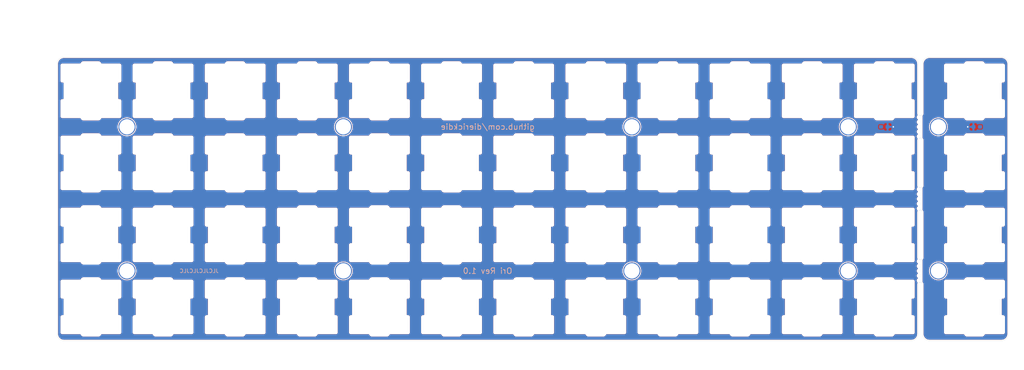
<source format=kicad_pcb>
(kicad_pcb (version 20171130) (host pcbnew "(5.1.4-0)")
  (layers (0 F.Cu signal) (31 B.Cu signal) (34 B.Paste user) (35 F.Paste user) (36 B.SilkS user) (37 F.SilkS user) (38 B.Mask user) (39 F.Mask user) (44 Edge.Cuts user))
  (net 0 "")
  (net 1 GND)
  (net 2 "Net-(D1-Pad1)")
  (net 3 GNDA)
  (net 4 "Net-(D2-Pad1)")
  (module Keeb_footprints:MouseBite_IPC7351 (layer F.Cu) (at 359.227739 98.821958 90)
    (fp_text reference H17)
    (fp_text value MountingHole)
    (pad "" np_thru_hole circle (at -2.54 0 90) (size 0.8 0.8) (drill 0.8) (layers *.Cu *.Mask))
    (pad "" np_thru_hole circle (at -1.27 0 90) (size 0.8 0.8) (drill 0.8) (layers *.Cu *.Mask))
    (pad "" np_thru_hole circle (at 2.54 0 90) (size 0.8 0.8) (drill 0.8) (layers *.Cu *.Mask))
    (pad "" np_thru_hole circle (at 1.27 0 90) (size 0.8 0.8) (drill 0.8) (layers *.Cu *.Mask))
    (pad "" np_thru_hole circle (at 0 0 90) (size 0.8 0.8) (drill 0.8) (layers *.Cu *.Mask))
  )
  (module Keeb_footprints:MouseBite_IPC7351 (layer F.Cu) (at 359.227739 79.771942 90)
    (fp_text reference H18)
    (fp_text value MountingHole)
    (pad "" np_thru_hole circle (at -2.54 0 90) (size 0.8 0.8) (drill 0.8) (layers *.Cu *.Mask))
    (pad "" np_thru_hole circle (at -1.27 0 90) (size 0.8 0.8) (drill 0.8) (layers *.Cu *.Mask))
    (pad "" np_thru_hole circle (at 2.54 0 90) (size 0.8 0.8) (drill 0.8) (layers *.Cu *.Mask))
    (pad "" np_thru_hole circle (at 1.27 0 90) (size 0.8 0.8) (drill 0.8) (layers *.Cu *.Mask))
    (pad "" np_thru_hole circle (at 0 0 90) (size 0.8 0.8) (drill 0.8) (layers *.Cu *.Mask))
  )
  (module Keeb_footprints:MouseBite_IPC7351 (layer F.Cu) (at 359.227739 60.721926 90)
    (fp_text reference H19)
    (fp_text value MountingHole)
    (pad "" np_thru_hole circle (at -2.54 0 90) (size 0.8 0.8) (drill 0.8) (layers *.Cu *.Mask))
    (pad "" np_thru_hole circle (at -1.27 0 90) (size 0.8 0.8) (drill 0.8) (layers *.Cu *.Mask))
    (pad "" np_thru_hole circle (at 2.54 0 90) (size 0.8 0.8) (drill 0.8) (layers *.Cu *.Mask))
    (pad "" np_thru_hole circle (at 1.27 0 90) (size 0.8 0.8) (drill 0.8) (layers *.Cu *.Mask))
    (pad "" np_thru_hole circle (at 0 0 90) (size 0.8 0.8) (drill 0.8) (layers *.Cu *.Mask))
  )
  (module Keebio-Parts:MX_Switch_Cutout (layer F.Cu) (at 373.85782 108.34733)
    (fp_text reference U52 hide)
    (fp_text value HOLE hide)
    (pad "" np_thru_hole oval (at 0 -6.731) (size 15.5956 0.508) (drill oval 15.5956 0.508) (layers *.Cu *.Mask))
    (pad "" np_thru_hole oval (at 0 6.731) (size 15.5956 0.508) (drill oval 15.5956 0.508) (layers *.Cu *.Mask))
    (pad "" np_thru_hole oval (at -7.5565 -4.699) (size 0.508 4.572) (drill oval 0.508 4.572) (layers *.Cu *.Mask))
    (pad "" np_thru_hole oval (at 7.5565 -4.699) (size 0.508 4.572) (drill oval 0.508 4.572) (layers *.Cu *.Mask))
    (pad "" np_thru_hole oval (at 7.5565 4.699) (size 0.508 4.572) (drill oval 0.508 4.572) (layers *.Cu *.Mask))
    (pad "" np_thru_hole oval (at -7.5565 4.699) (size 0.508 4.572) (drill oval 0.508 4.572) (layers *.Cu *.Mask))
    (pad "" np_thru_hole oval (at 6.731 0) (size 0.508 5.842) (drill oval 0.508 5.842) (layers *.Cu *.Mask))
    (pad "" np_thru_hole oval (at -6.731 0) (size 0.508 5.842) (drill oval 0.508 5.842) (layers *.Cu *.Mask))
    (pad "" np_thru_hole oval (at 0 -6.985) (size 5.08 1.27) (drill oval 5.08 1.27) (layers *.Cu *.Mask))
    (pad "" np_thru_hole oval (at 0 6.985) (size 5.08 1.27) (drill oval 5.08 1.27) (layers *.Cu *.Mask))
    (pad "" np_thru_hole oval (at -7.14375 -2.667) (size 1.3335 0.508) (drill oval 1.3335 0.508) (layers *.Cu *.Mask))
    (pad "" np_thru_hole oval (at 7.14375 -2.667) (size 1.3335 0.508) (drill oval 1.3335 0.508) (layers *.Cu *.Mask))
    (pad "" np_thru_hole oval (at -7.14375 2.667) (size 1.3335 0.508) (drill oval 1.3335 0.508) (layers *.Cu *.Mask))
    (pad "" np_thru_hole oval (at 7.14375 2.667) (size 1.3335 0.508) (drill oval 1.3335 0.508) (layers *.Cu *.Mask))
  )
  (module Keebio-Parts:MX_Switch_Cutout (layer F.Cu) (at 373.85782 89.29725)
    (fp_text reference U51 hide)
    (fp_text value HOLE hide)
    (pad "" np_thru_hole oval (at 0 -6.731) (size 15.5956 0.508) (drill oval 15.5956 0.508) (layers *.Cu *.Mask))
    (pad "" np_thru_hole oval (at 0 6.731) (size 15.5956 0.508) (drill oval 15.5956 0.508) (layers *.Cu *.Mask))
    (pad "" np_thru_hole oval (at -7.5565 -4.699) (size 0.508 4.572) (drill oval 0.508 4.572) (layers *.Cu *.Mask))
    (pad "" np_thru_hole oval (at 7.5565 -4.699) (size 0.508 4.572) (drill oval 0.508 4.572) (layers *.Cu *.Mask))
    (pad "" np_thru_hole oval (at 7.5565 4.699) (size 0.508 4.572) (drill oval 0.508 4.572) (layers *.Cu *.Mask))
    (pad "" np_thru_hole oval (at -7.5565 4.699) (size 0.508 4.572) (drill oval 0.508 4.572) (layers *.Cu *.Mask))
    (pad "" np_thru_hole oval (at 6.731 0) (size 0.508 5.842) (drill oval 0.508 5.842) (layers *.Cu *.Mask))
    (pad "" np_thru_hole oval (at -6.731 0) (size 0.508 5.842) (drill oval 0.508 5.842) (layers *.Cu *.Mask))
    (pad "" np_thru_hole oval (at 0 -6.985) (size 5.08 1.27) (drill oval 5.08 1.27) (layers *.Cu *.Mask))
    (pad "" np_thru_hole oval (at 0 6.985) (size 5.08 1.27) (drill oval 5.08 1.27) (layers *.Cu *.Mask))
    (pad "" np_thru_hole oval (at -7.14375 -2.667) (size 1.3335 0.508) (drill oval 1.3335 0.508) (layers *.Cu *.Mask))
    (pad "" np_thru_hole oval (at 7.14375 -2.667) (size 1.3335 0.508) (drill oval 1.3335 0.508) (layers *.Cu *.Mask))
    (pad "" np_thru_hole oval (at -7.14375 2.667) (size 1.3335 0.508) (drill oval 1.3335 0.508) (layers *.Cu *.Mask))
    (pad "" np_thru_hole oval (at 7.14375 2.667) (size 1.3335 0.508) (drill oval 1.3335 0.508) (layers *.Cu *.Mask))
  )
  (module Keebio-Parts:MX_Switch_Cutout (layer F.Cu) (at 373.85782 70.24717)
    (fp_text reference U50 hide)
    (fp_text value HOLE hide)
    (pad "" np_thru_hole oval (at 0 -6.731) (size 15.5956 0.508) (drill oval 15.5956 0.508) (layers *.Cu *.Mask))
    (pad "" np_thru_hole oval (at 0 6.731) (size 15.5956 0.508) (drill oval 15.5956 0.508) (layers *.Cu *.Mask))
    (pad "" np_thru_hole oval (at -7.5565 -4.699) (size 0.508 4.572) (drill oval 0.508 4.572) (layers *.Cu *.Mask))
    (pad "" np_thru_hole oval (at 7.5565 -4.699) (size 0.508 4.572) (drill oval 0.508 4.572) (layers *.Cu *.Mask))
    (pad "" np_thru_hole oval (at 7.5565 4.699) (size 0.508 4.572) (drill oval 0.508 4.572) (layers *.Cu *.Mask))
    (pad "" np_thru_hole oval (at -7.5565 4.699) (size 0.508 4.572) (drill oval 0.508 4.572) (layers *.Cu *.Mask))
    (pad "" np_thru_hole oval (at 6.731 0) (size 0.508 5.842) (drill oval 0.508 5.842) (layers *.Cu *.Mask))
    (pad "" np_thru_hole oval (at -6.731 0) (size 0.508 5.842) (drill oval 0.508 5.842) (layers *.Cu *.Mask))
    (pad "" np_thru_hole oval (at 0 -6.985) (size 5.08 1.27) (drill oval 5.08 1.27) (layers *.Cu *.Mask))
    (pad "" np_thru_hole oval (at 0 6.985) (size 5.08 1.27) (drill oval 5.08 1.27) (layers *.Cu *.Mask))
    (pad "" np_thru_hole oval (at -7.14375 -2.667) (size 1.3335 0.508) (drill oval 1.3335 0.508) (layers *.Cu *.Mask))
    (pad "" np_thru_hole oval (at 7.14375 -2.667) (size 1.3335 0.508) (drill oval 1.3335 0.508) (layers *.Cu *.Mask))
    (pad "" np_thru_hole oval (at -7.14375 2.667) (size 1.3335 0.508) (drill oval 1.3335 0.508) (layers *.Cu *.Mask))
    (pad "" np_thru_hole oval (at 7.14375 2.667) (size 1.3335 0.508) (drill oval 1.3335 0.508) (layers *.Cu *.Mask))
  )
  (module Keebio-Parts:MX_Switch_Cutout (layer F.Cu) (at 373.85782 51.19709)
    (fp_text reference U49 hide)
    (fp_text value HOLE hide)
    (pad "" np_thru_hole oval (at 0 -6.731) (size 15.5956 0.508) (drill oval 15.5956 0.508) (layers *.Cu *.Mask))
    (pad "" np_thru_hole oval (at 0 6.731) (size 15.5956 0.508) (drill oval 15.5956 0.508) (layers *.Cu *.Mask))
    (pad "" np_thru_hole oval (at -7.5565 -4.699) (size 0.508 4.572) (drill oval 0.508 4.572) (layers *.Cu *.Mask))
    (pad "" np_thru_hole oval (at 7.5565 -4.699) (size 0.508 4.572) (drill oval 0.508 4.572) (layers *.Cu *.Mask))
    (pad "" np_thru_hole oval (at 7.5565 4.699) (size 0.508 4.572) (drill oval 0.508 4.572) (layers *.Cu *.Mask))
    (pad "" np_thru_hole oval (at -7.5565 4.699) (size 0.508 4.572) (drill oval 0.508 4.572) (layers *.Cu *.Mask))
    (pad "" np_thru_hole oval (at 6.731 0) (size 0.508 5.842) (drill oval 0.508 5.842) (layers *.Cu *.Mask))
    (pad "" np_thru_hole oval (at -6.731 0) (size 0.508 5.842) (drill oval 0.508 5.842) (layers *.Cu *.Mask))
    (pad "" np_thru_hole oval (at 0 -6.985) (size 5.08 1.27) (drill oval 5.08 1.27) (layers *.Cu *.Mask))
    (pad "" np_thru_hole oval (at 0 6.985) (size 5.08 1.27) (drill oval 5.08 1.27) (layers *.Cu *.Mask))
    (pad "" np_thru_hole oval (at -7.14375 -2.667) (size 1.3335 0.508) (drill oval 1.3335 0.508) (layers *.Cu *.Mask))
    (pad "" np_thru_hole oval (at 7.14375 -2.667) (size 1.3335 0.508) (drill oval 1.3335 0.508) (layers *.Cu *.Mask))
    (pad "" np_thru_hole oval (at -7.14375 2.667) (size 1.3335 0.508) (drill oval 1.3335 0.508) (layers *.Cu *.Mask))
    (pad "" np_thru_hole oval (at 7.14375 2.667) (size 1.3335 0.508) (drill oval 1.3335 0.508) (layers *.Cu *.Mask))
  )
  (module Keebio-Parts:MX_Switch_Cutout (layer F.Cu) (at 350.04522 108.34733)
    (fp_text reference U48 hide)
    (fp_text value HOLE hide)
    (pad "" np_thru_hole oval (at 0 -6.731) (size 15.5956 0.508) (drill oval 15.5956 0.508) (layers *.Cu *.Mask))
    (pad "" np_thru_hole oval (at 0 6.731) (size 15.5956 0.508) (drill oval 15.5956 0.508) (layers *.Cu *.Mask))
    (pad "" np_thru_hole oval (at -7.5565 -4.699) (size 0.508 4.572) (drill oval 0.508 4.572) (layers *.Cu *.Mask))
    (pad "" np_thru_hole oval (at 7.5565 -4.699) (size 0.508 4.572) (drill oval 0.508 4.572) (layers *.Cu *.Mask))
    (pad "" np_thru_hole oval (at 7.5565 4.699) (size 0.508 4.572) (drill oval 0.508 4.572) (layers *.Cu *.Mask))
    (pad "" np_thru_hole oval (at -7.5565 4.699) (size 0.508 4.572) (drill oval 0.508 4.572) (layers *.Cu *.Mask))
    (pad "" np_thru_hole oval (at 6.731 0) (size 0.508 5.842) (drill oval 0.508 5.842) (layers *.Cu *.Mask))
    (pad "" np_thru_hole oval (at -6.731 0) (size 0.508 5.842) (drill oval 0.508 5.842) (layers *.Cu *.Mask))
    (pad "" np_thru_hole oval (at 0 -6.985) (size 5.08 1.27) (drill oval 5.08 1.27) (layers *.Cu *.Mask))
    (pad "" np_thru_hole oval (at 0 6.985) (size 5.08 1.27) (drill oval 5.08 1.27) (layers *.Cu *.Mask))
    (pad "" np_thru_hole oval (at -7.14375 -2.667) (size 1.3335 0.508) (drill oval 1.3335 0.508) (layers *.Cu *.Mask))
    (pad "" np_thru_hole oval (at 7.14375 -2.667) (size 1.3335 0.508) (drill oval 1.3335 0.508) (layers *.Cu *.Mask))
    (pad "" np_thru_hole oval (at -7.14375 2.667) (size 1.3335 0.508) (drill oval 1.3335 0.508) (layers *.Cu *.Mask))
    (pad "" np_thru_hole oval (at 7.14375 2.667) (size 1.3335 0.508) (drill oval 1.3335 0.508) (layers *.Cu *.Mask))
  )
  (module Keebio-Parts:MX_Switch_Cutout (layer F.Cu) (at 330.99514 108.34733)
    (fp_text reference U47 hide)
    (fp_text value HOLE hide)
    (pad "" np_thru_hole oval (at 0 -6.731) (size 15.5956 0.508) (drill oval 15.5956 0.508) (layers *.Cu *.Mask))
    (pad "" np_thru_hole oval (at 0 6.731) (size 15.5956 0.508) (drill oval 15.5956 0.508) (layers *.Cu *.Mask))
    (pad "" np_thru_hole oval (at -7.5565 -4.699) (size 0.508 4.572) (drill oval 0.508 4.572) (layers *.Cu *.Mask))
    (pad "" np_thru_hole oval (at 7.5565 -4.699) (size 0.508 4.572) (drill oval 0.508 4.572) (layers *.Cu *.Mask))
    (pad "" np_thru_hole oval (at 7.5565 4.699) (size 0.508 4.572) (drill oval 0.508 4.572) (layers *.Cu *.Mask))
    (pad "" np_thru_hole oval (at -7.5565 4.699) (size 0.508 4.572) (drill oval 0.508 4.572) (layers *.Cu *.Mask))
    (pad "" np_thru_hole oval (at 6.731 0) (size 0.508 5.842) (drill oval 0.508 5.842) (layers *.Cu *.Mask))
    (pad "" np_thru_hole oval (at -6.731 0) (size 0.508 5.842) (drill oval 0.508 5.842) (layers *.Cu *.Mask))
    (pad "" np_thru_hole oval (at 0 -6.985) (size 5.08 1.27) (drill oval 5.08 1.27) (layers *.Cu *.Mask))
    (pad "" np_thru_hole oval (at 0 6.985) (size 5.08 1.27) (drill oval 5.08 1.27) (layers *.Cu *.Mask))
    (pad "" np_thru_hole oval (at -7.14375 -2.667) (size 1.3335 0.508) (drill oval 1.3335 0.508) (layers *.Cu *.Mask))
    (pad "" np_thru_hole oval (at 7.14375 -2.667) (size 1.3335 0.508) (drill oval 1.3335 0.508) (layers *.Cu *.Mask))
    (pad "" np_thru_hole oval (at -7.14375 2.667) (size 1.3335 0.508) (drill oval 1.3335 0.508) (layers *.Cu *.Mask))
    (pad "" np_thru_hole oval (at 7.14375 2.667) (size 1.3335 0.508) (drill oval 1.3335 0.508) (layers *.Cu *.Mask))
  )
  (module Keebio-Parts:MX_Switch_Cutout (layer F.Cu) (at 311.94506 108.34733)
    (fp_text reference U46 hide)
    (fp_text value HOLE hide)
    (pad "" np_thru_hole oval (at 0 -6.731) (size 15.5956 0.508) (drill oval 15.5956 0.508) (layers *.Cu *.Mask))
    (pad "" np_thru_hole oval (at 0 6.731) (size 15.5956 0.508) (drill oval 15.5956 0.508) (layers *.Cu *.Mask))
    (pad "" np_thru_hole oval (at -7.5565 -4.699) (size 0.508 4.572) (drill oval 0.508 4.572) (layers *.Cu *.Mask))
    (pad "" np_thru_hole oval (at 7.5565 -4.699) (size 0.508 4.572) (drill oval 0.508 4.572) (layers *.Cu *.Mask))
    (pad "" np_thru_hole oval (at 7.5565 4.699) (size 0.508 4.572) (drill oval 0.508 4.572) (layers *.Cu *.Mask))
    (pad "" np_thru_hole oval (at -7.5565 4.699) (size 0.508 4.572) (drill oval 0.508 4.572) (layers *.Cu *.Mask))
    (pad "" np_thru_hole oval (at 6.731 0) (size 0.508 5.842) (drill oval 0.508 5.842) (layers *.Cu *.Mask))
    (pad "" np_thru_hole oval (at -6.731 0) (size 0.508 5.842) (drill oval 0.508 5.842) (layers *.Cu *.Mask))
    (pad "" np_thru_hole oval (at 0 -6.985) (size 5.08 1.27) (drill oval 5.08 1.27) (layers *.Cu *.Mask))
    (pad "" np_thru_hole oval (at 0 6.985) (size 5.08 1.27) (drill oval 5.08 1.27) (layers *.Cu *.Mask))
    (pad "" np_thru_hole oval (at -7.14375 -2.667) (size 1.3335 0.508) (drill oval 1.3335 0.508) (layers *.Cu *.Mask))
    (pad "" np_thru_hole oval (at 7.14375 -2.667) (size 1.3335 0.508) (drill oval 1.3335 0.508) (layers *.Cu *.Mask))
    (pad "" np_thru_hole oval (at -7.14375 2.667) (size 1.3335 0.508) (drill oval 1.3335 0.508) (layers *.Cu *.Mask))
    (pad "" np_thru_hole oval (at 7.14375 2.667) (size 1.3335 0.508) (drill oval 1.3335 0.508) (layers *.Cu *.Mask))
  )
  (module Keebio-Parts:MX_Switch_Cutout (layer F.Cu) (at 292.89498 108.34733)
    (fp_text reference U45 hide)
    (fp_text value HOLE hide)
    (pad "" np_thru_hole oval (at 0 -6.731) (size 15.5956 0.508) (drill oval 15.5956 0.508) (layers *.Cu *.Mask))
    (pad "" np_thru_hole oval (at 0 6.731) (size 15.5956 0.508) (drill oval 15.5956 0.508) (layers *.Cu *.Mask))
    (pad "" np_thru_hole oval (at -7.5565 -4.699) (size 0.508 4.572) (drill oval 0.508 4.572) (layers *.Cu *.Mask))
    (pad "" np_thru_hole oval (at 7.5565 -4.699) (size 0.508 4.572) (drill oval 0.508 4.572) (layers *.Cu *.Mask))
    (pad "" np_thru_hole oval (at 7.5565 4.699) (size 0.508 4.572) (drill oval 0.508 4.572) (layers *.Cu *.Mask))
    (pad "" np_thru_hole oval (at -7.5565 4.699) (size 0.508 4.572) (drill oval 0.508 4.572) (layers *.Cu *.Mask))
    (pad "" np_thru_hole oval (at 6.731 0) (size 0.508 5.842) (drill oval 0.508 5.842) (layers *.Cu *.Mask))
    (pad "" np_thru_hole oval (at -6.731 0) (size 0.508 5.842) (drill oval 0.508 5.842) (layers *.Cu *.Mask))
    (pad "" np_thru_hole oval (at 0 -6.985) (size 5.08 1.27) (drill oval 5.08 1.27) (layers *.Cu *.Mask))
    (pad "" np_thru_hole oval (at 0 6.985) (size 5.08 1.27) (drill oval 5.08 1.27) (layers *.Cu *.Mask))
    (pad "" np_thru_hole oval (at -7.14375 -2.667) (size 1.3335 0.508) (drill oval 1.3335 0.508) (layers *.Cu *.Mask))
    (pad "" np_thru_hole oval (at 7.14375 -2.667) (size 1.3335 0.508) (drill oval 1.3335 0.508) (layers *.Cu *.Mask))
    (pad "" np_thru_hole oval (at -7.14375 2.667) (size 1.3335 0.508) (drill oval 1.3335 0.508) (layers *.Cu *.Mask))
    (pad "" np_thru_hole oval (at 7.14375 2.667) (size 1.3335 0.508) (drill oval 1.3335 0.508) (layers *.Cu *.Mask))
  )
  (module Keebio-Parts:MX_Switch_Cutout (layer F.Cu) (at 273.8449 108.34733)
    (fp_text reference U44 hide)
    (fp_text value HOLE hide)
    (pad "" np_thru_hole oval (at 0 -6.731) (size 15.5956 0.508) (drill oval 15.5956 0.508) (layers *.Cu *.Mask))
    (pad "" np_thru_hole oval (at 0 6.731) (size 15.5956 0.508) (drill oval 15.5956 0.508) (layers *.Cu *.Mask))
    (pad "" np_thru_hole oval (at -7.5565 -4.699) (size 0.508 4.572) (drill oval 0.508 4.572) (layers *.Cu *.Mask))
    (pad "" np_thru_hole oval (at 7.5565 -4.699) (size 0.508 4.572) (drill oval 0.508 4.572) (layers *.Cu *.Mask))
    (pad "" np_thru_hole oval (at 7.5565 4.699) (size 0.508 4.572) (drill oval 0.508 4.572) (layers *.Cu *.Mask))
    (pad "" np_thru_hole oval (at -7.5565 4.699) (size 0.508 4.572) (drill oval 0.508 4.572) (layers *.Cu *.Mask))
    (pad "" np_thru_hole oval (at 6.731 0) (size 0.508 5.842) (drill oval 0.508 5.842) (layers *.Cu *.Mask))
    (pad "" np_thru_hole oval (at -6.731 0) (size 0.508 5.842) (drill oval 0.508 5.842) (layers *.Cu *.Mask))
    (pad "" np_thru_hole oval (at 0 -6.985) (size 5.08 1.27) (drill oval 5.08 1.27) (layers *.Cu *.Mask))
    (pad "" np_thru_hole oval (at 0 6.985) (size 5.08 1.27) (drill oval 5.08 1.27) (layers *.Cu *.Mask))
    (pad "" np_thru_hole oval (at -7.14375 -2.667) (size 1.3335 0.508) (drill oval 1.3335 0.508) (layers *.Cu *.Mask))
    (pad "" np_thru_hole oval (at 7.14375 -2.667) (size 1.3335 0.508) (drill oval 1.3335 0.508) (layers *.Cu *.Mask))
    (pad "" np_thru_hole oval (at -7.14375 2.667) (size 1.3335 0.508) (drill oval 1.3335 0.508) (layers *.Cu *.Mask))
    (pad "" np_thru_hole oval (at 7.14375 2.667) (size 1.3335 0.508) (drill oval 1.3335 0.508) (layers *.Cu *.Mask))
  )
  (module Keebio-Parts:MX_Switch_Cutout (layer F.Cu) (at 254.79482 108.34733)
    (fp_text reference U43 hide)
    (fp_text value HOLE hide)
    (pad "" np_thru_hole oval (at 0 -6.731) (size 15.5956 0.508) (drill oval 15.5956 0.508) (layers *.Cu *.Mask))
    (pad "" np_thru_hole oval (at 0 6.731) (size 15.5956 0.508) (drill oval 15.5956 0.508) (layers *.Cu *.Mask))
    (pad "" np_thru_hole oval (at -7.5565 -4.699) (size 0.508 4.572) (drill oval 0.508 4.572) (layers *.Cu *.Mask))
    (pad "" np_thru_hole oval (at 7.5565 -4.699) (size 0.508 4.572) (drill oval 0.508 4.572) (layers *.Cu *.Mask))
    (pad "" np_thru_hole oval (at 7.5565 4.699) (size 0.508 4.572) (drill oval 0.508 4.572) (layers *.Cu *.Mask))
    (pad "" np_thru_hole oval (at -7.5565 4.699) (size 0.508 4.572) (drill oval 0.508 4.572) (layers *.Cu *.Mask))
    (pad "" np_thru_hole oval (at 6.731 0) (size 0.508 5.842) (drill oval 0.508 5.842) (layers *.Cu *.Mask))
    (pad "" np_thru_hole oval (at -6.731 0) (size 0.508 5.842) (drill oval 0.508 5.842) (layers *.Cu *.Mask))
    (pad "" np_thru_hole oval (at 0 -6.985) (size 5.08 1.27) (drill oval 5.08 1.27) (layers *.Cu *.Mask))
    (pad "" np_thru_hole oval (at 0 6.985) (size 5.08 1.27) (drill oval 5.08 1.27) (layers *.Cu *.Mask))
    (pad "" np_thru_hole oval (at -7.14375 -2.667) (size 1.3335 0.508) (drill oval 1.3335 0.508) (layers *.Cu *.Mask))
    (pad "" np_thru_hole oval (at 7.14375 -2.667) (size 1.3335 0.508) (drill oval 1.3335 0.508) (layers *.Cu *.Mask))
    (pad "" np_thru_hole oval (at -7.14375 2.667) (size 1.3335 0.508) (drill oval 1.3335 0.508) (layers *.Cu *.Mask))
    (pad "" np_thru_hole oval (at 7.14375 2.667) (size 1.3335 0.508) (drill oval 1.3335 0.508) (layers *.Cu *.Mask))
  )
  (module Keebio-Parts:MX_Switch_Cutout (layer F.Cu) (at 235.74474 108.34733)
    (fp_text reference U42 hide)
    (fp_text value HOLE hide)
    (pad "" np_thru_hole oval (at 0 -6.731) (size 15.5956 0.508) (drill oval 15.5956 0.508) (layers *.Cu *.Mask))
    (pad "" np_thru_hole oval (at 0 6.731) (size 15.5956 0.508) (drill oval 15.5956 0.508) (layers *.Cu *.Mask))
    (pad "" np_thru_hole oval (at -7.5565 -4.699) (size 0.508 4.572) (drill oval 0.508 4.572) (layers *.Cu *.Mask))
    (pad "" np_thru_hole oval (at 7.5565 -4.699) (size 0.508 4.572) (drill oval 0.508 4.572) (layers *.Cu *.Mask))
    (pad "" np_thru_hole oval (at 7.5565 4.699) (size 0.508 4.572) (drill oval 0.508 4.572) (layers *.Cu *.Mask))
    (pad "" np_thru_hole oval (at -7.5565 4.699) (size 0.508 4.572) (drill oval 0.508 4.572) (layers *.Cu *.Mask))
    (pad "" np_thru_hole oval (at 6.731 0) (size 0.508 5.842) (drill oval 0.508 5.842) (layers *.Cu *.Mask))
    (pad "" np_thru_hole oval (at -6.731 0) (size 0.508 5.842) (drill oval 0.508 5.842) (layers *.Cu *.Mask))
    (pad "" np_thru_hole oval (at 0 -6.985) (size 5.08 1.27) (drill oval 5.08 1.27) (layers *.Cu *.Mask))
    (pad "" np_thru_hole oval (at 0 6.985) (size 5.08 1.27) (drill oval 5.08 1.27) (layers *.Cu *.Mask))
    (pad "" np_thru_hole oval (at -7.14375 -2.667) (size 1.3335 0.508) (drill oval 1.3335 0.508) (layers *.Cu *.Mask))
    (pad "" np_thru_hole oval (at 7.14375 -2.667) (size 1.3335 0.508) (drill oval 1.3335 0.508) (layers *.Cu *.Mask))
    (pad "" np_thru_hole oval (at -7.14375 2.667) (size 1.3335 0.508) (drill oval 1.3335 0.508) (layers *.Cu *.Mask))
    (pad "" np_thru_hole oval (at 7.14375 2.667) (size 1.3335 0.508) (drill oval 1.3335 0.508) (layers *.Cu *.Mask))
  )
  (module Keebio-Parts:MX_Switch_Cutout (layer F.Cu) (at 216.69466 108.34733)
    (fp_text reference U41 hide)
    (fp_text value HOLE hide)
    (pad "" np_thru_hole oval (at 0 -6.731) (size 15.5956 0.508) (drill oval 15.5956 0.508) (layers *.Cu *.Mask))
    (pad "" np_thru_hole oval (at 0 6.731) (size 15.5956 0.508) (drill oval 15.5956 0.508) (layers *.Cu *.Mask))
    (pad "" np_thru_hole oval (at -7.5565 -4.699) (size 0.508 4.572) (drill oval 0.508 4.572) (layers *.Cu *.Mask))
    (pad "" np_thru_hole oval (at 7.5565 -4.699) (size 0.508 4.572) (drill oval 0.508 4.572) (layers *.Cu *.Mask))
    (pad "" np_thru_hole oval (at 7.5565 4.699) (size 0.508 4.572) (drill oval 0.508 4.572) (layers *.Cu *.Mask))
    (pad "" np_thru_hole oval (at -7.5565 4.699) (size 0.508 4.572) (drill oval 0.508 4.572) (layers *.Cu *.Mask))
    (pad "" np_thru_hole oval (at 6.731 0) (size 0.508 5.842) (drill oval 0.508 5.842) (layers *.Cu *.Mask))
    (pad "" np_thru_hole oval (at -6.731 0) (size 0.508 5.842) (drill oval 0.508 5.842) (layers *.Cu *.Mask))
    (pad "" np_thru_hole oval (at 0 -6.985) (size 5.08 1.27) (drill oval 5.08 1.27) (layers *.Cu *.Mask))
    (pad "" np_thru_hole oval (at 0 6.985) (size 5.08 1.27) (drill oval 5.08 1.27) (layers *.Cu *.Mask))
    (pad "" np_thru_hole oval (at -7.14375 -2.667) (size 1.3335 0.508) (drill oval 1.3335 0.508) (layers *.Cu *.Mask))
    (pad "" np_thru_hole oval (at 7.14375 -2.667) (size 1.3335 0.508) (drill oval 1.3335 0.508) (layers *.Cu *.Mask))
    (pad "" np_thru_hole oval (at -7.14375 2.667) (size 1.3335 0.508) (drill oval 1.3335 0.508) (layers *.Cu *.Mask))
    (pad "" np_thru_hole oval (at 7.14375 2.667) (size 1.3335 0.508) (drill oval 1.3335 0.508) (layers *.Cu *.Mask))
  )
  (module Keebio-Parts:MX_Switch_Cutout (layer F.Cu) (at 197.64458 108.34733)
    (fp_text reference U40 hide)
    (fp_text value HOLE hide)
    (pad "" np_thru_hole oval (at 0 -6.731) (size 15.5956 0.508) (drill oval 15.5956 0.508) (layers *.Cu *.Mask))
    (pad "" np_thru_hole oval (at 0 6.731) (size 15.5956 0.508) (drill oval 15.5956 0.508) (layers *.Cu *.Mask))
    (pad "" np_thru_hole oval (at -7.5565 -4.699) (size 0.508 4.572) (drill oval 0.508 4.572) (layers *.Cu *.Mask))
    (pad "" np_thru_hole oval (at 7.5565 -4.699) (size 0.508 4.572) (drill oval 0.508 4.572) (layers *.Cu *.Mask))
    (pad "" np_thru_hole oval (at 7.5565 4.699) (size 0.508 4.572) (drill oval 0.508 4.572) (layers *.Cu *.Mask))
    (pad "" np_thru_hole oval (at -7.5565 4.699) (size 0.508 4.572) (drill oval 0.508 4.572) (layers *.Cu *.Mask))
    (pad "" np_thru_hole oval (at 6.731 0) (size 0.508 5.842) (drill oval 0.508 5.842) (layers *.Cu *.Mask))
    (pad "" np_thru_hole oval (at -6.731 0) (size 0.508 5.842) (drill oval 0.508 5.842) (layers *.Cu *.Mask))
    (pad "" np_thru_hole oval (at 0 -6.985) (size 5.08 1.27) (drill oval 5.08 1.27) (layers *.Cu *.Mask))
    (pad "" np_thru_hole oval (at 0 6.985) (size 5.08 1.27) (drill oval 5.08 1.27) (layers *.Cu *.Mask))
    (pad "" np_thru_hole oval (at -7.14375 -2.667) (size 1.3335 0.508) (drill oval 1.3335 0.508) (layers *.Cu *.Mask))
    (pad "" np_thru_hole oval (at 7.14375 -2.667) (size 1.3335 0.508) (drill oval 1.3335 0.508) (layers *.Cu *.Mask))
    (pad "" np_thru_hole oval (at -7.14375 2.667) (size 1.3335 0.508) (drill oval 1.3335 0.508) (layers *.Cu *.Mask))
    (pad "" np_thru_hole oval (at 7.14375 2.667) (size 1.3335 0.508) (drill oval 1.3335 0.508) (layers *.Cu *.Mask))
  )
  (module Keebio-Parts:MX_Switch_Cutout (layer F.Cu) (at 178.59953 108.34733)
    (fp_text reference U39 hide)
    (fp_text value HOLE hide)
    (pad "" np_thru_hole oval (at 0 -6.731) (size 15.5956 0.508) (drill oval 15.5956 0.508) (layers *.Cu *.Mask))
    (pad "" np_thru_hole oval (at 0 6.731) (size 15.5956 0.508) (drill oval 15.5956 0.508) (layers *.Cu *.Mask))
    (pad "" np_thru_hole oval (at -7.5565 -4.699) (size 0.508 4.572) (drill oval 0.508 4.572) (layers *.Cu *.Mask))
    (pad "" np_thru_hole oval (at 7.5565 -4.699) (size 0.508 4.572) (drill oval 0.508 4.572) (layers *.Cu *.Mask))
    (pad "" np_thru_hole oval (at 7.5565 4.699) (size 0.508 4.572) (drill oval 0.508 4.572) (layers *.Cu *.Mask))
    (pad "" np_thru_hole oval (at -7.5565 4.699) (size 0.508 4.572) (drill oval 0.508 4.572) (layers *.Cu *.Mask))
    (pad "" np_thru_hole oval (at 6.731 0) (size 0.508 5.842) (drill oval 0.508 5.842) (layers *.Cu *.Mask))
    (pad "" np_thru_hole oval (at -6.731 0) (size 0.508 5.842) (drill oval 0.508 5.842) (layers *.Cu *.Mask))
    (pad "" np_thru_hole oval (at 0 -6.985) (size 5.08 1.27) (drill oval 5.08 1.27) (layers *.Cu *.Mask))
    (pad "" np_thru_hole oval (at 0 6.985) (size 5.08 1.27) (drill oval 5.08 1.27) (layers *.Cu *.Mask))
    (pad "" np_thru_hole oval (at -7.14375 -2.667) (size 1.3335 0.508) (drill oval 1.3335 0.508) (layers *.Cu *.Mask))
    (pad "" np_thru_hole oval (at 7.14375 -2.667) (size 1.3335 0.508) (drill oval 1.3335 0.508) (layers *.Cu *.Mask))
    (pad "" np_thru_hole oval (at -7.14375 2.667) (size 1.3335 0.508) (drill oval 1.3335 0.508) (layers *.Cu *.Mask))
    (pad "" np_thru_hole oval (at 7.14375 2.667) (size 1.3335 0.508) (drill oval 1.3335 0.508) (layers *.Cu *.Mask))
  )
  (module Keebio-Parts:MX_Switch_Cutout (layer F.Cu) (at 159.54442 108.34733)
    (fp_text reference U38 hide)
    (fp_text value HOLE hide)
    (pad "" np_thru_hole oval (at 0 -6.731) (size 15.5956 0.508) (drill oval 15.5956 0.508) (layers *.Cu *.Mask))
    (pad "" np_thru_hole oval (at 0 6.731) (size 15.5956 0.508) (drill oval 15.5956 0.508) (layers *.Cu *.Mask))
    (pad "" np_thru_hole oval (at -7.5565 -4.699) (size 0.508 4.572) (drill oval 0.508 4.572) (layers *.Cu *.Mask))
    (pad "" np_thru_hole oval (at 7.5565 -4.699) (size 0.508 4.572) (drill oval 0.508 4.572) (layers *.Cu *.Mask))
    (pad "" np_thru_hole oval (at 7.5565 4.699) (size 0.508 4.572) (drill oval 0.508 4.572) (layers *.Cu *.Mask))
    (pad "" np_thru_hole oval (at -7.5565 4.699) (size 0.508 4.572) (drill oval 0.508 4.572) (layers *.Cu *.Mask))
    (pad "" np_thru_hole oval (at 6.731 0) (size 0.508 5.842) (drill oval 0.508 5.842) (layers *.Cu *.Mask))
    (pad "" np_thru_hole oval (at -6.731 0) (size 0.508 5.842) (drill oval 0.508 5.842) (layers *.Cu *.Mask))
    (pad "" np_thru_hole oval (at 0 -6.985) (size 5.08 1.27) (drill oval 5.08 1.27) (layers *.Cu *.Mask))
    (pad "" np_thru_hole oval (at 0 6.985) (size 5.08 1.27) (drill oval 5.08 1.27) (layers *.Cu *.Mask))
    (pad "" np_thru_hole oval (at -7.14375 -2.667) (size 1.3335 0.508) (drill oval 1.3335 0.508) (layers *.Cu *.Mask))
    (pad "" np_thru_hole oval (at 7.14375 -2.667) (size 1.3335 0.508) (drill oval 1.3335 0.508) (layers *.Cu *.Mask))
    (pad "" np_thru_hole oval (at -7.14375 2.667) (size 1.3335 0.508) (drill oval 1.3335 0.508) (layers *.Cu *.Mask))
    (pad "" np_thru_hole oval (at 7.14375 2.667) (size 1.3335 0.508) (drill oval 1.3335 0.508) (layers *.Cu *.Mask))
  )
  (module Keebio-Parts:MX_Switch_Cutout (layer F.Cu) (at 140.49434 108.34733)
    (fp_text reference U37 hide)
    (fp_text value HOLE hide)
    (pad "" np_thru_hole oval (at 0 -6.731) (size 15.5956 0.508) (drill oval 15.5956 0.508) (layers *.Cu *.Mask))
    (pad "" np_thru_hole oval (at 0 6.731) (size 15.5956 0.508) (drill oval 15.5956 0.508) (layers *.Cu *.Mask))
    (pad "" np_thru_hole oval (at -7.5565 -4.699) (size 0.508 4.572) (drill oval 0.508 4.572) (layers *.Cu *.Mask))
    (pad "" np_thru_hole oval (at 7.5565 -4.699) (size 0.508 4.572) (drill oval 0.508 4.572) (layers *.Cu *.Mask))
    (pad "" np_thru_hole oval (at 7.5565 4.699) (size 0.508 4.572) (drill oval 0.508 4.572) (layers *.Cu *.Mask))
    (pad "" np_thru_hole oval (at -7.5565 4.699) (size 0.508 4.572) (drill oval 0.508 4.572) (layers *.Cu *.Mask))
    (pad "" np_thru_hole oval (at 6.731 0) (size 0.508 5.842) (drill oval 0.508 5.842) (layers *.Cu *.Mask))
    (pad "" np_thru_hole oval (at -6.731 0) (size 0.508 5.842) (drill oval 0.508 5.842) (layers *.Cu *.Mask))
    (pad "" np_thru_hole oval (at 0 -6.985) (size 5.08 1.27) (drill oval 5.08 1.27) (layers *.Cu *.Mask))
    (pad "" np_thru_hole oval (at 0 6.985) (size 5.08 1.27) (drill oval 5.08 1.27) (layers *.Cu *.Mask))
    (pad "" np_thru_hole oval (at -7.14375 -2.667) (size 1.3335 0.508) (drill oval 1.3335 0.508) (layers *.Cu *.Mask))
    (pad "" np_thru_hole oval (at 7.14375 -2.667) (size 1.3335 0.508) (drill oval 1.3335 0.508) (layers *.Cu *.Mask))
    (pad "" np_thru_hole oval (at -7.14375 2.667) (size 1.3335 0.508) (drill oval 1.3335 0.508) (layers *.Cu *.Mask))
    (pad "" np_thru_hole oval (at 7.14375 2.667) (size 1.3335 0.508) (drill oval 1.3335 0.508) (layers *.Cu *.Mask))
  )
  (module Keebio-Parts:MX_Switch_Cutout (layer F.Cu) (at 350.04522 89.29725)
    (fp_text reference U36 hide)
    (fp_text value HOLE hide)
    (pad "" np_thru_hole oval (at 0 -6.731) (size 15.5956 0.508) (drill oval 15.5956 0.508) (layers *.Cu *.Mask))
    (pad "" np_thru_hole oval (at 0 6.731) (size 15.5956 0.508) (drill oval 15.5956 0.508) (layers *.Cu *.Mask))
    (pad "" np_thru_hole oval (at -7.5565 -4.699) (size 0.508 4.572) (drill oval 0.508 4.572) (layers *.Cu *.Mask))
    (pad "" np_thru_hole oval (at 7.5565 -4.699) (size 0.508 4.572) (drill oval 0.508 4.572) (layers *.Cu *.Mask))
    (pad "" np_thru_hole oval (at 7.5565 4.699) (size 0.508 4.572) (drill oval 0.508 4.572) (layers *.Cu *.Mask))
    (pad "" np_thru_hole oval (at -7.5565 4.699) (size 0.508 4.572) (drill oval 0.508 4.572) (layers *.Cu *.Mask))
    (pad "" np_thru_hole oval (at 6.731 0) (size 0.508 5.842) (drill oval 0.508 5.842) (layers *.Cu *.Mask))
    (pad "" np_thru_hole oval (at -6.731 0) (size 0.508 5.842) (drill oval 0.508 5.842) (layers *.Cu *.Mask))
    (pad "" np_thru_hole oval (at 0 -6.985) (size 5.08 1.27) (drill oval 5.08 1.27) (layers *.Cu *.Mask))
    (pad "" np_thru_hole oval (at 0 6.985) (size 5.08 1.27) (drill oval 5.08 1.27) (layers *.Cu *.Mask))
    (pad "" np_thru_hole oval (at -7.14375 -2.667) (size 1.3335 0.508) (drill oval 1.3335 0.508) (layers *.Cu *.Mask))
    (pad "" np_thru_hole oval (at 7.14375 -2.667) (size 1.3335 0.508) (drill oval 1.3335 0.508) (layers *.Cu *.Mask))
    (pad "" np_thru_hole oval (at -7.14375 2.667) (size 1.3335 0.508) (drill oval 1.3335 0.508) (layers *.Cu *.Mask))
    (pad "" np_thru_hole oval (at 7.14375 2.667) (size 1.3335 0.508) (drill oval 1.3335 0.508) (layers *.Cu *.Mask))
  )
  (module Keebio-Parts:MX_Switch_Cutout (layer F.Cu) (at 330.99514 89.29725)
    (fp_text reference U35 hide)
    (fp_text value HOLE hide)
    (pad "" np_thru_hole oval (at 0 -6.731) (size 15.5956 0.508) (drill oval 15.5956 0.508) (layers *.Cu *.Mask))
    (pad "" np_thru_hole oval (at 0 6.731) (size 15.5956 0.508) (drill oval 15.5956 0.508) (layers *.Cu *.Mask))
    (pad "" np_thru_hole oval (at -7.5565 -4.699) (size 0.508 4.572) (drill oval 0.508 4.572) (layers *.Cu *.Mask))
    (pad "" np_thru_hole oval (at 7.5565 -4.699) (size 0.508 4.572) (drill oval 0.508 4.572) (layers *.Cu *.Mask))
    (pad "" np_thru_hole oval (at 7.5565 4.699) (size 0.508 4.572) (drill oval 0.508 4.572) (layers *.Cu *.Mask))
    (pad "" np_thru_hole oval (at -7.5565 4.699) (size 0.508 4.572) (drill oval 0.508 4.572) (layers *.Cu *.Mask))
    (pad "" np_thru_hole oval (at 6.731 0) (size 0.508 5.842) (drill oval 0.508 5.842) (layers *.Cu *.Mask))
    (pad "" np_thru_hole oval (at -6.731 0) (size 0.508 5.842) (drill oval 0.508 5.842) (layers *.Cu *.Mask))
    (pad "" np_thru_hole oval (at 0 -6.985) (size 5.08 1.27) (drill oval 5.08 1.27) (layers *.Cu *.Mask))
    (pad "" np_thru_hole oval (at 0 6.985) (size 5.08 1.27) (drill oval 5.08 1.27) (layers *.Cu *.Mask))
    (pad "" np_thru_hole oval (at -7.14375 -2.667) (size 1.3335 0.508) (drill oval 1.3335 0.508) (layers *.Cu *.Mask))
    (pad "" np_thru_hole oval (at 7.14375 -2.667) (size 1.3335 0.508) (drill oval 1.3335 0.508) (layers *.Cu *.Mask))
    (pad "" np_thru_hole oval (at -7.14375 2.667) (size 1.3335 0.508) (drill oval 1.3335 0.508) (layers *.Cu *.Mask))
    (pad "" np_thru_hole oval (at 7.14375 2.667) (size 1.3335 0.508) (drill oval 1.3335 0.508) (layers *.Cu *.Mask))
  )
  (module Keebio-Parts:MX_Switch_Cutout (layer F.Cu) (at 311.94506 89.29725)
    (fp_text reference U34 hide)
    (fp_text value HOLE hide)
    (pad "" np_thru_hole oval (at 0 -6.731) (size 15.5956 0.508) (drill oval 15.5956 0.508) (layers *.Cu *.Mask))
    (pad "" np_thru_hole oval (at 0 6.731) (size 15.5956 0.508) (drill oval 15.5956 0.508) (layers *.Cu *.Mask))
    (pad "" np_thru_hole oval (at -7.5565 -4.699) (size 0.508 4.572) (drill oval 0.508 4.572) (layers *.Cu *.Mask))
    (pad "" np_thru_hole oval (at 7.5565 -4.699) (size 0.508 4.572) (drill oval 0.508 4.572) (layers *.Cu *.Mask))
    (pad "" np_thru_hole oval (at 7.5565 4.699) (size 0.508 4.572) (drill oval 0.508 4.572) (layers *.Cu *.Mask))
    (pad "" np_thru_hole oval (at -7.5565 4.699) (size 0.508 4.572) (drill oval 0.508 4.572) (layers *.Cu *.Mask))
    (pad "" np_thru_hole oval (at 6.731 0) (size 0.508 5.842) (drill oval 0.508 5.842) (layers *.Cu *.Mask))
    (pad "" np_thru_hole oval (at -6.731 0) (size 0.508 5.842) (drill oval 0.508 5.842) (layers *.Cu *.Mask))
    (pad "" np_thru_hole oval (at 0 -6.985) (size 5.08 1.27) (drill oval 5.08 1.27) (layers *.Cu *.Mask))
    (pad "" np_thru_hole oval (at 0 6.985) (size 5.08 1.27) (drill oval 5.08 1.27) (layers *.Cu *.Mask))
    (pad "" np_thru_hole oval (at -7.14375 -2.667) (size 1.3335 0.508) (drill oval 1.3335 0.508) (layers *.Cu *.Mask))
    (pad "" np_thru_hole oval (at 7.14375 -2.667) (size 1.3335 0.508) (drill oval 1.3335 0.508) (layers *.Cu *.Mask))
    (pad "" np_thru_hole oval (at -7.14375 2.667) (size 1.3335 0.508) (drill oval 1.3335 0.508) (layers *.Cu *.Mask))
    (pad "" np_thru_hole oval (at 7.14375 2.667) (size 1.3335 0.508) (drill oval 1.3335 0.508) (layers *.Cu *.Mask))
  )
  (module Keebio-Parts:MX_Switch_Cutout (layer F.Cu) (at 292.89498 89.29725)
    (fp_text reference U33 hide)
    (fp_text value HOLE hide)
    (pad "" np_thru_hole oval (at 0 -6.731) (size 15.5956 0.508) (drill oval 15.5956 0.508) (layers *.Cu *.Mask))
    (pad "" np_thru_hole oval (at 0 6.731) (size 15.5956 0.508) (drill oval 15.5956 0.508) (layers *.Cu *.Mask))
    (pad "" np_thru_hole oval (at -7.5565 -4.699) (size 0.508 4.572) (drill oval 0.508 4.572) (layers *.Cu *.Mask))
    (pad "" np_thru_hole oval (at 7.5565 -4.699) (size 0.508 4.572) (drill oval 0.508 4.572) (layers *.Cu *.Mask))
    (pad "" np_thru_hole oval (at 7.5565 4.699) (size 0.508 4.572) (drill oval 0.508 4.572) (layers *.Cu *.Mask))
    (pad "" np_thru_hole oval (at -7.5565 4.699) (size 0.508 4.572) (drill oval 0.508 4.572) (layers *.Cu *.Mask))
    (pad "" np_thru_hole oval (at 6.731 0) (size 0.508 5.842) (drill oval 0.508 5.842) (layers *.Cu *.Mask))
    (pad "" np_thru_hole oval (at -6.731 0) (size 0.508 5.842) (drill oval 0.508 5.842) (layers *.Cu *.Mask))
    (pad "" np_thru_hole oval (at 0 -6.985) (size 5.08 1.27) (drill oval 5.08 1.27) (layers *.Cu *.Mask))
    (pad "" np_thru_hole oval (at 0 6.985) (size 5.08 1.27) (drill oval 5.08 1.27) (layers *.Cu *.Mask))
    (pad "" np_thru_hole oval (at -7.14375 -2.667) (size 1.3335 0.508) (drill oval 1.3335 0.508) (layers *.Cu *.Mask))
    (pad "" np_thru_hole oval (at 7.14375 -2.667) (size 1.3335 0.508) (drill oval 1.3335 0.508) (layers *.Cu *.Mask))
    (pad "" np_thru_hole oval (at -7.14375 2.667) (size 1.3335 0.508) (drill oval 1.3335 0.508) (layers *.Cu *.Mask))
    (pad "" np_thru_hole oval (at 7.14375 2.667) (size 1.3335 0.508) (drill oval 1.3335 0.508) (layers *.Cu *.Mask))
  )
  (module Keebio-Parts:MX_Switch_Cutout (layer F.Cu) (at 273.8449 89.29725)
    (fp_text reference U32 hide)
    (fp_text value HOLE hide)
    (pad "" np_thru_hole oval (at 0 -6.731) (size 15.5956 0.508) (drill oval 15.5956 0.508) (layers *.Cu *.Mask))
    (pad "" np_thru_hole oval (at 0 6.731) (size 15.5956 0.508) (drill oval 15.5956 0.508) (layers *.Cu *.Mask))
    (pad "" np_thru_hole oval (at -7.5565 -4.699) (size 0.508 4.572) (drill oval 0.508 4.572) (layers *.Cu *.Mask))
    (pad "" np_thru_hole oval (at 7.5565 -4.699) (size 0.508 4.572) (drill oval 0.508 4.572) (layers *.Cu *.Mask))
    (pad "" np_thru_hole oval (at 7.5565 4.699) (size 0.508 4.572) (drill oval 0.508 4.572) (layers *.Cu *.Mask))
    (pad "" np_thru_hole oval (at -7.5565 4.699) (size 0.508 4.572) (drill oval 0.508 4.572) (layers *.Cu *.Mask))
    (pad "" np_thru_hole oval (at 6.731 0) (size 0.508 5.842) (drill oval 0.508 5.842) (layers *.Cu *.Mask))
    (pad "" np_thru_hole oval (at -6.731 0) (size 0.508 5.842) (drill oval 0.508 5.842) (layers *.Cu *.Mask))
    (pad "" np_thru_hole oval (at 0 -6.985) (size 5.08 1.27) (drill oval 5.08 1.27) (layers *.Cu *.Mask))
    (pad "" np_thru_hole oval (at 0 6.985) (size 5.08 1.27) (drill oval 5.08 1.27) (layers *.Cu *.Mask))
    (pad "" np_thru_hole oval (at -7.14375 -2.667) (size 1.3335 0.508) (drill oval 1.3335 0.508) (layers *.Cu *.Mask))
    (pad "" np_thru_hole oval (at 7.14375 -2.667) (size 1.3335 0.508) (drill oval 1.3335 0.508) (layers *.Cu *.Mask))
    (pad "" np_thru_hole oval (at -7.14375 2.667) (size 1.3335 0.508) (drill oval 1.3335 0.508) (layers *.Cu *.Mask))
    (pad "" np_thru_hole oval (at 7.14375 2.667) (size 1.3335 0.508) (drill oval 1.3335 0.508) (layers *.Cu *.Mask))
  )
  (module Keebio-Parts:MX_Switch_Cutout (layer F.Cu) (at 254.79482 89.29725)
    (fp_text reference U31 hide)
    (fp_text value HOLE hide)
    (pad "" np_thru_hole oval (at 0 -6.731) (size 15.5956 0.508) (drill oval 15.5956 0.508) (layers *.Cu *.Mask))
    (pad "" np_thru_hole oval (at 0 6.731) (size 15.5956 0.508) (drill oval 15.5956 0.508) (layers *.Cu *.Mask))
    (pad "" np_thru_hole oval (at -7.5565 -4.699) (size 0.508 4.572) (drill oval 0.508 4.572) (layers *.Cu *.Mask))
    (pad "" np_thru_hole oval (at 7.5565 -4.699) (size 0.508 4.572) (drill oval 0.508 4.572) (layers *.Cu *.Mask))
    (pad "" np_thru_hole oval (at 7.5565 4.699) (size 0.508 4.572) (drill oval 0.508 4.572) (layers *.Cu *.Mask))
    (pad "" np_thru_hole oval (at -7.5565 4.699) (size 0.508 4.572) (drill oval 0.508 4.572) (layers *.Cu *.Mask))
    (pad "" np_thru_hole oval (at 6.731 0) (size 0.508 5.842) (drill oval 0.508 5.842) (layers *.Cu *.Mask))
    (pad "" np_thru_hole oval (at -6.731 0) (size 0.508 5.842) (drill oval 0.508 5.842) (layers *.Cu *.Mask))
    (pad "" np_thru_hole oval (at 0 -6.985) (size 5.08 1.27) (drill oval 5.08 1.27) (layers *.Cu *.Mask))
    (pad "" np_thru_hole oval (at 0 6.985) (size 5.08 1.27) (drill oval 5.08 1.27) (layers *.Cu *.Mask))
    (pad "" np_thru_hole oval (at -7.14375 -2.667) (size 1.3335 0.508) (drill oval 1.3335 0.508) (layers *.Cu *.Mask))
    (pad "" np_thru_hole oval (at 7.14375 -2.667) (size 1.3335 0.508) (drill oval 1.3335 0.508) (layers *.Cu *.Mask))
    (pad "" np_thru_hole oval (at -7.14375 2.667) (size 1.3335 0.508) (drill oval 1.3335 0.508) (layers *.Cu *.Mask))
    (pad "" np_thru_hole oval (at 7.14375 2.667) (size 1.3335 0.508) (drill oval 1.3335 0.508) (layers *.Cu *.Mask))
  )
  (module Keebio-Parts:MX_Switch_Cutout (layer F.Cu) (at 235.74474 89.29725)
    (fp_text reference U30 hide)
    (fp_text value HOLE hide)
    (pad "" np_thru_hole oval (at 0 -6.731) (size 15.5956 0.508) (drill oval 15.5956 0.508) (layers *.Cu *.Mask))
    (pad "" np_thru_hole oval (at 0 6.731) (size 15.5956 0.508) (drill oval 15.5956 0.508) (layers *.Cu *.Mask))
    (pad "" np_thru_hole oval (at -7.5565 -4.699) (size 0.508 4.572) (drill oval 0.508 4.572) (layers *.Cu *.Mask))
    (pad "" np_thru_hole oval (at 7.5565 -4.699) (size 0.508 4.572) (drill oval 0.508 4.572) (layers *.Cu *.Mask))
    (pad "" np_thru_hole oval (at 7.5565 4.699) (size 0.508 4.572) (drill oval 0.508 4.572) (layers *.Cu *.Mask))
    (pad "" np_thru_hole oval (at -7.5565 4.699) (size 0.508 4.572) (drill oval 0.508 4.572) (layers *.Cu *.Mask))
    (pad "" np_thru_hole oval (at 6.731 0) (size 0.508 5.842) (drill oval 0.508 5.842) (layers *.Cu *.Mask))
    (pad "" np_thru_hole oval (at -6.731 0) (size 0.508 5.842) (drill oval 0.508 5.842) (layers *.Cu *.Mask))
    (pad "" np_thru_hole oval (at 0 -6.985) (size 5.08 1.27) (drill oval 5.08 1.27) (layers *.Cu *.Mask))
    (pad "" np_thru_hole oval (at 0 6.985) (size 5.08 1.27) (drill oval 5.08 1.27) (layers *.Cu *.Mask))
    (pad "" np_thru_hole oval (at -7.14375 -2.667) (size 1.3335 0.508) (drill oval 1.3335 0.508) (layers *.Cu *.Mask))
    (pad "" np_thru_hole oval (at 7.14375 -2.667) (size 1.3335 0.508) (drill oval 1.3335 0.508) (layers *.Cu *.Mask))
    (pad "" np_thru_hole oval (at -7.14375 2.667) (size 1.3335 0.508) (drill oval 1.3335 0.508) (layers *.Cu *.Mask))
    (pad "" np_thru_hole oval (at 7.14375 2.667) (size 1.3335 0.508) (drill oval 1.3335 0.508) (layers *.Cu *.Mask))
  )
  (module Keebio-Parts:MX_Switch_Cutout (layer F.Cu) (at 216.69466 89.29725)
    (fp_text reference U29 hide)
    (fp_text value HOLE hide)
    (pad "" np_thru_hole oval (at 0 -6.731) (size 15.5956 0.508) (drill oval 15.5956 0.508) (layers *.Cu *.Mask))
    (pad "" np_thru_hole oval (at 0 6.731) (size 15.5956 0.508) (drill oval 15.5956 0.508) (layers *.Cu *.Mask))
    (pad "" np_thru_hole oval (at -7.5565 -4.699) (size 0.508 4.572) (drill oval 0.508 4.572) (layers *.Cu *.Mask))
    (pad "" np_thru_hole oval (at 7.5565 -4.699) (size 0.508 4.572) (drill oval 0.508 4.572) (layers *.Cu *.Mask))
    (pad "" np_thru_hole oval (at 7.5565 4.699) (size 0.508 4.572) (drill oval 0.508 4.572) (layers *.Cu *.Mask))
    (pad "" np_thru_hole oval (at -7.5565 4.699) (size 0.508 4.572) (drill oval 0.508 4.572) (layers *.Cu *.Mask))
    (pad "" np_thru_hole oval (at 6.731 0) (size 0.508 5.842) (drill oval 0.508 5.842) (layers *.Cu *.Mask))
    (pad "" np_thru_hole oval (at -6.731 0) (size 0.508 5.842) (drill oval 0.508 5.842) (layers *.Cu *.Mask))
    (pad "" np_thru_hole oval (at 0 -6.985) (size 5.08 1.27) (drill oval 5.08 1.27) (layers *.Cu *.Mask))
    (pad "" np_thru_hole oval (at 0 6.985) (size 5.08 1.27) (drill oval 5.08 1.27) (layers *.Cu *.Mask))
    (pad "" np_thru_hole oval (at -7.14375 -2.667) (size 1.3335 0.508) (drill oval 1.3335 0.508) (layers *.Cu *.Mask))
    (pad "" np_thru_hole oval (at 7.14375 -2.667) (size 1.3335 0.508) (drill oval 1.3335 0.508) (layers *.Cu *.Mask))
    (pad "" np_thru_hole oval (at -7.14375 2.667) (size 1.3335 0.508) (drill oval 1.3335 0.508) (layers *.Cu *.Mask))
    (pad "" np_thru_hole oval (at 7.14375 2.667) (size 1.3335 0.508) (drill oval 1.3335 0.508) (layers *.Cu *.Mask))
  )
  (module Keebio-Parts:MX_Switch_Cutout (layer F.Cu) (at 197.64458 89.29725)
    (fp_text reference U28 hide)
    (fp_text value HOLE hide)
    (pad "" np_thru_hole oval (at 0 -6.731) (size 15.5956 0.508) (drill oval 15.5956 0.508) (layers *.Cu *.Mask))
    (pad "" np_thru_hole oval (at 0 6.731) (size 15.5956 0.508) (drill oval 15.5956 0.508) (layers *.Cu *.Mask))
    (pad "" np_thru_hole oval (at -7.5565 -4.699) (size 0.508 4.572) (drill oval 0.508 4.572) (layers *.Cu *.Mask))
    (pad "" np_thru_hole oval (at 7.5565 -4.699) (size 0.508 4.572) (drill oval 0.508 4.572) (layers *.Cu *.Mask))
    (pad "" np_thru_hole oval (at 7.5565 4.699) (size 0.508 4.572) (drill oval 0.508 4.572) (layers *.Cu *.Mask))
    (pad "" np_thru_hole oval (at -7.5565 4.699) (size 0.508 4.572) (drill oval 0.508 4.572) (layers *.Cu *.Mask))
    (pad "" np_thru_hole oval (at 6.731 0) (size 0.508 5.842) (drill oval 0.508 5.842) (layers *.Cu *.Mask))
    (pad "" np_thru_hole oval (at -6.731 0) (size 0.508 5.842) (drill oval 0.508 5.842) (layers *.Cu *.Mask))
    (pad "" np_thru_hole oval (at 0 -6.985) (size 5.08 1.27) (drill oval 5.08 1.27) (layers *.Cu *.Mask))
    (pad "" np_thru_hole oval (at 0 6.985) (size 5.08 1.27) (drill oval 5.08 1.27) (layers *.Cu *.Mask))
    (pad "" np_thru_hole oval (at -7.14375 -2.667) (size 1.3335 0.508) (drill oval 1.3335 0.508) (layers *.Cu *.Mask))
    (pad "" np_thru_hole oval (at 7.14375 -2.667) (size 1.3335 0.508) (drill oval 1.3335 0.508) (layers *.Cu *.Mask))
    (pad "" np_thru_hole oval (at -7.14375 2.667) (size 1.3335 0.508) (drill oval 1.3335 0.508) (layers *.Cu *.Mask))
    (pad "" np_thru_hole oval (at 7.14375 2.667) (size 1.3335 0.508) (drill oval 1.3335 0.508) (layers *.Cu *.Mask))
  )
  (module Keebio-Parts:MX_Switch_Cutout (layer F.Cu) (at 178.5945 89.29725)
    (fp_text reference U27 hide)
    (fp_text value HOLE hide)
    (pad "" np_thru_hole oval (at 0 -6.731) (size 15.5956 0.508) (drill oval 15.5956 0.508) (layers *.Cu *.Mask))
    (pad "" np_thru_hole oval (at 0 6.731) (size 15.5956 0.508) (drill oval 15.5956 0.508) (layers *.Cu *.Mask))
    (pad "" np_thru_hole oval (at -7.5565 -4.699) (size 0.508 4.572) (drill oval 0.508 4.572) (layers *.Cu *.Mask))
    (pad "" np_thru_hole oval (at 7.5565 -4.699) (size 0.508 4.572) (drill oval 0.508 4.572) (layers *.Cu *.Mask))
    (pad "" np_thru_hole oval (at 7.5565 4.699) (size 0.508 4.572) (drill oval 0.508 4.572) (layers *.Cu *.Mask))
    (pad "" np_thru_hole oval (at -7.5565 4.699) (size 0.508 4.572) (drill oval 0.508 4.572) (layers *.Cu *.Mask))
    (pad "" np_thru_hole oval (at 6.731 0) (size 0.508 5.842) (drill oval 0.508 5.842) (layers *.Cu *.Mask))
    (pad "" np_thru_hole oval (at -6.731 0) (size 0.508 5.842) (drill oval 0.508 5.842) (layers *.Cu *.Mask))
    (pad "" np_thru_hole oval (at 0 -6.985) (size 5.08 1.27) (drill oval 5.08 1.27) (layers *.Cu *.Mask))
    (pad "" np_thru_hole oval (at 0 6.985) (size 5.08 1.27) (drill oval 5.08 1.27) (layers *.Cu *.Mask))
    (pad "" np_thru_hole oval (at -7.14375 -2.667) (size 1.3335 0.508) (drill oval 1.3335 0.508) (layers *.Cu *.Mask))
    (pad "" np_thru_hole oval (at 7.14375 -2.667) (size 1.3335 0.508) (drill oval 1.3335 0.508) (layers *.Cu *.Mask))
    (pad "" np_thru_hole oval (at -7.14375 2.667) (size 1.3335 0.508) (drill oval 1.3335 0.508) (layers *.Cu *.Mask))
    (pad "" np_thru_hole oval (at 7.14375 2.667) (size 1.3335 0.508) (drill oval 1.3335 0.508) (layers *.Cu *.Mask))
  )
  (module Keebio-Parts:MX_Switch_Cutout (layer F.Cu) (at 159.54442 89.29725)
    (fp_text reference U26 hide)
    (fp_text value HOLE hide)
    (pad "" np_thru_hole oval (at 0 -6.731) (size 15.5956 0.508) (drill oval 15.5956 0.508) (layers *.Cu *.Mask))
    (pad "" np_thru_hole oval (at 0 6.731) (size 15.5956 0.508) (drill oval 15.5956 0.508) (layers *.Cu *.Mask))
    (pad "" np_thru_hole oval (at -7.5565 -4.699) (size 0.508 4.572) (drill oval 0.508 4.572) (layers *.Cu *.Mask))
    (pad "" np_thru_hole oval (at 7.5565 -4.699) (size 0.508 4.572) (drill oval 0.508 4.572) (layers *.Cu *.Mask))
    (pad "" np_thru_hole oval (at 7.5565 4.699) (size 0.508 4.572) (drill oval 0.508 4.572) (layers *.Cu *.Mask))
    (pad "" np_thru_hole oval (at -7.5565 4.699) (size 0.508 4.572) (drill oval 0.508 4.572) (layers *.Cu *.Mask))
    (pad "" np_thru_hole oval (at 6.731 0) (size 0.508 5.842) (drill oval 0.508 5.842) (layers *.Cu *.Mask))
    (pad "" np_thru_hole oval (at -6.731 0) (size 0.508 5.842) (drill oval 0.508 5.842) (layers *.Cu *.Mask))
    (pad "" np_thru_hole oval (at 0 -6.985) (size 5.08 1.27) (drill oval 5.08 1.27) (layers *.Cu *.Mask))
    (pad "" np_thru_hole oval (at 0 6.985) (size 5.08 1.27) (drill oval 5.08 1.27) (layers *.Cu *.Mask))
    (pad "" np_thru_hole oval (at -7.14375 -2.667) (size 1.3335 0.508) (drill oval 1.3335 0.508) (layers *.Cu *.Mask))
    (pad "" np_thru_hole oval (at 7.14375 -2.667) (size 1.3335 0.508) (drill oval 1.3335 0.508) (layers *.Cu *.Mask))
    (pad "" np_thru_hole oval (at -7.14375 2.667) (size 1.3335 0.508) (drill oval 1.3335 0.508) (layers *.Cu *.Mask))
    (pad "" np_thru_hole oval (at 7.14375 2.667) (size 1.3335 0.508) (drill oval 1.3335 0.508) (layers *.Cu *.Mask))
  )
  (module Keebio-Parts:MX_Switch_Cutout (layer F.Cu) (at 140.49434 89.29725)
    (fp_text reference U25 hide)
    (fp_text value HOLE hide)
    (pad "" np_thru_hole oval (at 0 -6.731) (size 15.5956 0.508) (drill oval 15.5956 0.508) (layers *.Cu *.Mask))
    (pad "" np_thru_hole oval (at 0 6.731) (size 15.5956 0.508) (drill oval 15.5956 0.508) (layers *.Cu *.Mask))
    (pad "" np_thru_hole oval (at -7.5565 -4.699) (size 0.508 4.572) (drill oval 0.508 4.572) (layers *.Cu *.Mask))
    (pad "" np_thru_hole oval (at 7.5565 -4.699) (size 0.508 4.572) (drill oval 0.508 4.572) (layers *.Cu *.Mask))
    (pad "" np_thru_hole oval (at 7.5565 4.699) (size 0.508 4.572) (drill oval 0.508 4.572) (layers *.Cu *.Mask))
    (pad "" np_thru_hole oval (at -7.5565 4.699) (size 0.508 4.572) (drill oval 0.508 4.572) (layers *.Cu *.Mask))
    (pad "" np_thru_hole oval (at 6.731 0) (size 0.508 5.842) (drill oval 0.508 5.842) (layers *.Cu *.Mask))
    (pad "" np_thru_hole oval (at -6.731 0) (size 0.508 5.842) (drill oval 0.508 5.842) (layers *.Cu *.Mask))
    (pad "" np_thru_hole oval (at 0 -6.985) (size 5.08 1.27) (drill oval 5.08 1.27) (layers *.Cu *.Mask))
    (pad "" np_thru_hole oval (at 0 6.985) (size 5.08 1.27) (drill oval 5.08 1.27) (layers *.Cu *.Mask))
    (pad "" np_thru_hole oval (at -7.14375 -2.667) (size 1.3335 0.508) (drill oval 1.3335 0.508) (layers *.Cu *.Mask))
    (pad "" np_thru_hole oval (at 7.14375 -2.667) (size 1.3335 0.508) (drill oval 1.3335 0.508) (layers *.Cu *.Mask))
    (pad "" np_thru_hole oval (at -7.14375 2.667) (size 1.3335 0.508) (drill oval 1.3335 0.508) (layers *.Cu *.Mask))
    (pad "" np_thru_hole oval (at 7.14375 2.667) (size 1.3335 0.508) (drill oval 1.3335 0.508) (layers *.Cu *.Mask))
  )
  (module Keebio-Parts:MX_Switch_Cutout (layer F.Cu) (at 350.04522 70.24717)
    (fp_text reference U24 hide)
    (fp_text value HOLE hide)
    (pad "" np_thru_hole oval (at 0 -6.731) (size 15.5956 0.508) (drill oval 15.5956 0.508) (layers *.Cu *.Mask))
    (pad "" np_thru_hole oval (at 0 6.731) (size 15.5956 0.508) (drill oval 15.5956 0.508) (layers *.Cu *.Mask))
    (pad "" np_thru_hole oval (at -7.5565 -4.699) (size 0.508 4.572) (drill oval 0.508 4.572) (layers *.Cu *.Mask))
    (pad "" np_thru_hole oval (at 7.5565 -4.699) (size 0.508 4.572) (drill oval 0.508 4.572) (layers *.Cu *.Mask))
    (pad "" np_thru_hole oval (at 7.5565 4.699) (size 0.508 4.572) (drill oval 0.508 4.572) (layers *.Cu *.Mask))
    (pad "" np_thru_hole oval (at -7.5565 4.699) (size 0.508 4.572) (drill oval 0.508 4.572) (layers *.Cu *.Mask))
    (pad "" np_thru_hole oval (at 6.731 0) (size 0.508 5.842) (drill oval 0.508 5.842) (layers *.Cu *.Mask))
    (pad "" np_thru_hole oval (at -6.731 0) (size 0.508 5.842) (drill oval 0.508 5.842) (layers *.Cu *.Mask))
    (pad "" np_thru_hole oval (at 0 -6.985) (size 5.08 1.27) (drill oval 5.08 1.27) (layers *.Cu *.Mask))
    (pad "" np_thru_hole oval (at 0 6.985) (size 5.08 1.27) (drill oval 5.08 1.27) (layers *.Cu *.Mask))
    (pad "" np_thru_hole oval (at -7.14375 -2.667) (size 1.3335 0.508) (drill oval 1.3335 0.508) (layers *.Cu *.Mask))
    (pad "" np_thru_hole oval (at 7.14375 -2.667) (size 1.3335 0.508) (drill oval 1.3335 0.508) (layers *.Cu *.Mask))
    (pad "" np_thru_hole oval (at -7.14375 2.667) (size 1.3335 0.508) (drill oval 1.3335 0.508) (layers *.Cu *.Mask))
    (pad "" np_thru_hole oval (at 7.14375 2.667) (size 1.3335 0.508) (drill oval 1.3335 0.508) (layers *.Cu *.Mask))
  )
  (module Keebio-Parts:MX_Switch_Cutout (layer F.Cu) (at 330.99514 70.24717)
    (fp_text reference U23 hide)
    (fp_text value HOLE hide)
    (pad "" np_thru_hole oval (at 0 -6.731) (size 15.5956 0.508) (drill oval 15.5956 0.508) (layers *.Cu *.Mask))
    (pad "" np_thru_hole oval (at 0 6.731) (size 15.5956 0.508) (drill oval 15.5956 0.508) (layers *.Cu *.Mask))
    (pad "" np_thru_hole oval (at -7.5565 -4.699) (size 0.508 4.572) (drill oval 0.508 4.572) (layers *.Cu *.Mask))
    (pad "" np_thru_hole oval (at 7.5565 -4.699) (size 0.508 4.572) (drill oval 0.508 4.572) (layers *.Cu *.Mask))
    (pad "" np_thru_hole oval (at 7.5565 4.699) (size 0.508 4.572) (drill oval 0.508 4.572) (layers *.Cu *.Mask))
    (pad "" np_thru_hole oval (at -7.5565 4.699) (size 0.508 4.572) (drill oval 0.508 4.572) (layers *.Cu *.Mask))
    (pad "" np_thru_hole oval (at 6.731 0) (size 0.508 5.842) (drill oval 0.508 5.842) (layers *.Cu *.Mask))
    (pad "" np_thru_hole oval (at -6.731 0) (size 0.508 5.842) (drill oval 0.508 5.842) (layers *.Cu *.Mask))
    (pad "" np_thru_hole oval (at 0 -6.985) (size 5.08 1.27) (drill oval 5.08 1.27) (layers *.Cu *.Mask))
    (pad "" np_thru_hole oval (at 0 6.985) (size 5.08 1.27) (drill oval 5.08 1.27) (layers *.Cu *.Mask))
    (pad "" np_thru_hole oval (at -7.14375 -2.667) (size 1.3335 0.508) (drill oval 1.3335 0.508) (layers *.Cu *.Mask))
    (pad "" np_thru_hole oval (at 7.14375 -2.667) (size 1.3335 0.508) (drill oval 1.3335 0.508) (layers *.Cu *.Mask))
    (pad "" np_thru_hole oval (at -7.14375 2.667) (size 1.3335 0.508) (drill oval 1.3335 0.508) (layers *.Cu *.Mask))
    (pad "" np_thru_hole oval (at 7.14375 2.667) (size 1.3335 0.508) (drill oval 1.3335 0.508) (layers *.Cu *.Mask))
  )
  (module Keebio-Parts:MX_Switch_Cutout (layer F.Cu) (at 311.94506 70.24717)
    (fp_text reference U22 hide)
    (fp_text value HOLE hide)
    (pad "" np_thru_hole oval (at 0 -6.731) (size 15.5956 0.508) (drill oval 15.5956 0.508) (layers *.Cu *.Mask))
    (pad "" np_thru_hole oval (at 0 6.731) (size 15.5956 0.508) (drill oval 15.5956 0.508) (layers *.Cu *.Mask))
    (pad "" np_thru_hole oval (at -7.5565 -4.699) (size 0.508 4.572) (drill oval 0.508 4.572) (layers *.Cu *.Mask))
    (pad "" np_thru_hole oval (at 7.5565 -4.699) (size 0.508 4.572) (drill oval 0.508 4.572) (layers *.Cu *.Mask))
    (pad "" np_thru_hole oval (at 7.5565 4.699) (size 0.508 4.572) (drill oval 0.508 4.572) (layers *.Cu *.Mask))
    (pad "" np_thru_hole oval (at -7.5565 4.699) (size 0.508 4.572) (drill oval 0.508 4.572) (layers *.Cu *.Mask))
    (pad "" np_thru_hole oval (at 6.731 0) (size 0.508 5.842) (drill oval 0.508 5.842) (layers *.Cu *.Mask))
    (pad "" np_thru_hole oval (at -6.731 0) (size 0.508 5.842) (drill oval 0.508 5.842) (layers *.Cu *.Mask))
    (pad "" np_thru_hole oval (at 0 -6.985) (size 5.08 1.27) (drill oval 5.08 1.27) (layers *.Cu *.Mask))
    (pad "" np_thru_hole oval (at 0 6.985) (size 5.08 1.27) (drill oval 5.08 1.27) (layers *.Cu *.Mask))
    (pad "" np_thru_hole oval (at -7.14375 -2.667) (size 1.3335 0.508) (drill oval 1.3335 0.508) (layers *.Cu *.Mask))
    (pad "" np_thru_hole oval (at 7.14375 -2.667) (size 1.3335 0.508) (drill oval 1.3335 0.508) (layers *.Cu *.Mask))
    (pad "" np_thru_hole oval (at -7.14375 2.667) (size 1.3335 0.508) (drill oval 1.3335 0.508) (layers *.Cu *.Mask))
    (pad "" np_thru_hole oval (at 7.14375 2.667) (size 1.3335 0.508) (drill oval 1.3335 0.508) (layers *.Cu *.Mask))
  )
  (module Keebio-Parts:MX_Switch_Cutout (layer F.Cu) (at 292.89498 70.24717)
    (fp_text reference U21 hide)
    (fp_text value HOLE hide)
    (pad "" np_thru_hole oval (at 0 -6.731) (size 15.5956 0.508) (drill oval 15.5956 0.508) (layers *.Cu *.Mask))
    (pad "" np_thru_hole oval (at 0 6.731) (size 15.5956 0.508) (drill oval 15.5956 0.508) (layers *.Cu *.Mask))
    (pad "" np_thru_hole oval (at -7.5565 -4.699) (size 0.508 4.572) (drill oval 0.508 4.572) (layers *.Cu *.Mask))
    (pad "" np_thru_hole oval (at 7.5565 -4.699) (size 0.508 4.572) (drill oval 0.508 4.572) (layers *.Cu *.Mask))
    (pad "" np_thru_hole oval (at 7.5565 4.699) (size 0.508 4.572) (drill oval 0.508 4.572) (layers *.Cu *.Mask))
    (pad "" np_thru_hole oval (at -7.5565 4.699) (size 0.508 4.572) (drill oval 0.508 4.572) (layers *.Cu *.Mask))
    (pad "" np_thru_hole oval (at 6.731 0) (size 0.508 5.842) (drill oval 0.508 5.842) (layers *.Cu *.Mask))
    (pad "" np_thru_hole oval (at -6.731 0) (size 0.508 5.842) (drill oval 0.508 5.842) (layers *.Cu *.Mask))
    (pad "" np_thru_hole oval (at 0 -6.985) (size 5.08 1.27) (drill oval 5.08 1.27) (layers *.Cu *.Mask))
    (pad "" np_thru_hole oval (at 0 6.985) (size 5.08 1.27) (drill oval 5.08 1.27) (layers *.Cu *.Mask))
    (pad "" np_thru_hole oval (at -7.14375 -2.667) (size 1.3335 0.508) (drill oval 1.3335 0.508) (layers *.Cu *.Mask))
    (pad "" np_thru_hole oval (at 7.14375 -2.667) (size 1.3335 0.508) (drill oval 1.3335 0.508) (layers *.Cu *.Mask))
    (pad "" np_thru_hole oval (at -7.14375 2.667) (size 1.3335 0.508) (drill oval 1.3335 0.508) (layers *.Cu *.Mask))
    (pad "" np_thru_hole oval (at 7.14375 2.667) (size 1.3335 0.508) (drill oval 1.3335 0.508) (layers *.Cu *.Mask))
  )
  (module Keebio-Parts:MX_Switch_Cutout (layer F.Cu) (at 273.8449 70.24717)
    (fp_text reference U20 hide)
    (fp_text value HOLE hide)
    (pad "" np_thru_hole oval (at 0 -6.731) (size 15.5956 0.508) (drill oval 15.5956 0.508) (layers *.Cu *.Mask))
    (pad "" np_thru_hole oval (at 0 6.731) (size 15.5956 0.508) (drill oval 15.5956 0.508) (layers *.Cu *.Mask))
    (pad "" np_thru_hole oval (at -7.5565 -4.699) (size 0.508 4.572) (drill oval 0.508 4.572) (layers *.Cu *.Mask))
    (pad "" np_thru_hole oval (at 7.5565 -4.699) (size 0.508 4.572) (drill oval 0.508 4.572) (layers *.Cu *.Mask))
    (pad "" np_thru_hole oval (at 7.5565 4.699) (size 0.508 4.572) (drill oval 0.508 4.572) (layers *.Cu *.Mask))
    (pad "" np_thru_hole oval (at -7.5565 4.699) (size 0.508 4.572) (drill oval 0.508 4.572) (layers *.Cu *.Mask))
    (pad "" np_thru_hole oval (at 6.731 0) (size 0.508 5.842) (drill oval 0.508 5.842) (layers *.Cu *.Mask))
    (pad "" np_thru_hole oval (at -6.731 0) (size 0.508 5.842) (drill oval 0.508 5.842) (layers *.Cu *.Mask))
    (pad "" np_thru_hole oval (at 0 -6.985) (size 5.08 1.27) (drill oval 5.08 1.27) (layers *.Cu *.Mask))
    (pad "" np_thru_hole oval (at 0 6.985) (size 5.08 1.27) (drill oval 5.08 1.27) (layers *.Cu *.Mask))
    (pad "" np_thru_hole oval (at -7.14375 -2.667) (size 1.3335 0.508) (drill oval 1.3335 0.508) (layers *.Cu *.Mask))
    (pad "" np_thru_hole oval (at 7.14375 -2.667) (size 1.3335 0.508) (drill oval 1.3335 0.508) (layers *.Cu *.Mask))
    (pad "" np_thru_hole oval (at -7.14375 2.667) (size 1.3335 0.508) (drill oval 1.3335 0.508) (layers *.Cu *.Mask))
    (pad "" np_thru_hole oval (at 7.14375 2.667) (size 1.3335 0.508) (drill oval 1.3335 0.508) (layers *.Cu *.Mask))
  )
  (module Keebio-Parts:MX_Switch_Cutout (layer F.Cu) (at 254.79482 70.24717)
    (fp_text reference U19 hide)
    (fp_text value HOLE hide)
    (pad "" np_thru_hole oval (at 0 -6.731) (size 15.5956 0.508) (drill oval 15.5956 0.508) (layers *.Cu *.Mask))
    (pad "" np_thru_hole oval (at 0 6.731) (size 15.5956 0.508) (drill oval 15.5956 0.508) (layers *.Cu *.Mask))
    (pad "" np_thru_hole oval (at -7.5565 -4.699) (size 0.508 4.572) (drill oval 0.508 4.572) (layers *.Cu *.Mask))
    (pad "" np_thru_hole oval (at 7.5565 -4.699) (size 0.508 4.572) (drill oval 0.508 4.572) (layers *.Cu *.Mask))
    (pad "" np_thru_hole oval (at 7.5565 4.699) (size 0.508 4.572) (drill oval 0.508 4.572) (layers *.Cu *.Mask))
    (pad "" np_thru_hole oval (at -7.5565 4.699) (size 0.508 4.572) (drill oval 0.508 4.572) (layers *.Cu *.Mask))
    (pad "" np_thru_hole oval (at 6.731 0) (size 0.508 5.842) (drill oval 0.508 5.842) (layers *.Cu *.Mask))
    (pad "" np_thru_hole oval (at -6.731 0) (size 0.508 5.842) (drill oval 0.508 5.842) (layers *.Cu *.Mask))
    (pad "" np_thru_hole oval (at 0 -6.985) (size 5.08 1.27) (drill oval 5.08 1.27) (layers *.Cu *.Mask))
    (pad "" np_thru_hole oval (at 0 6.985) (size 5.08 1.27) (drill oval 5.08 1.27) (layers *.Cu *.Mask))
    (pad "" np_thru_hole oval (at -7.14375 -2.667) (size 1.3335 0.508) (drill oval 1.3335 0.508) (layers *.Cu *.Mask))
    (pad "" np_thru_hole oval (at 7.14375 -2.667) (size 1.3335 0.508) (drill oval 1.3335 0.508) (layers *.Cu *.Mask))
    (pad "" np_thru_hole oval (at -7.14375 2.667) (size 1.3335 0.508) (drill oval 1.3335 0.508) (layers *.Cu *.Mask))
    (pad "" np_thru_hole oval (at 7.14375 2.667) (size 1.3335 0.508) (drill oval 1.3335 0.508) (layers *.Cu *.Mask))
  )
  (module Keebio-Parts:MX_Switch_Cutout (layer F.Cu) (at 235.74474 70.24717)
    (fp_text reference U18 hide)
    (fp_text value HOLE hide)
    (pad "" np_thru_hole oval (at 0 -6.731) (size 15.5956 0.508) (drill oval 15.5956 0.508) (layers *.Cu *.Mask))
    (pad "" np_thru_hole oval (at 0 6.731) (size 15.5956 0.508) (drill oval 15.5956 0.508) (layers *.Cu *.Mask))
    (pad "" np_thru_hole oval (at -7.5565 -4.699) (size 0.508 4.572) (drill oval 0.508 4.572) (layers *.Cu *.Mask))
    (pad "" np_thru_hole oval (at 7.5565 -4.699) (size 0.508 4.572) (drill oval 0.508 4.572) (layers *.Cu *.Mask))
    (pad "" np_thru_hole oval (at 7.5565 4.699) (size 0.508 4.572) (drill oval 0.508 4.572) (layers *.Cu *.Mask))
    (pad "" np_thru_hole oval (at -7.5565 4.699) (size 0.508 4.572) (drill oval 0.508 4.572) (layers *.Cu *.Mask))
    (pad "" np_thru_hole oval (at 6.731 0) (size 0.508 5.842) (drill oval 0.508 5.842) (layers *.Cu *.Mask))
    (pad "" np_thru_hole oval (at -6.731 0) (size 0.508 5.842) (drill oval 0.508 5.842) (layers *.Cu *.Mask))
    (pad "" np_thru_hole oval (at 0 -6.985) (size 5.08 1.27) (drill oval 5.08 1.27) (layers *.Cu *.Mask))
    (pad "" np_thru_hole oval (at 0 6.985) (size 5.08 1.27) (drill oval 5.08 1.27) (layers *.Cu *.Mask))
    (pad "" np_thru_hole oval (at -7.14375 -2.667) (size 1.3335 0.508) (drill oval 1.3335 0.508) (layers *.Cu *.Mask))
    (pad "" np_thru_hole oval (at 7.14375 -2.667) (size 1.3335 0.508) (drill oval 1.3335 0.508) (layers *.Cu *.Mask))
    (pad "" np_thru_hole oval (at -7.14375 2.667) (size 1.3335 0.508) (drill oval 1.3335 0.508) (layers *.Cu *.Mask))
    (pad "" np_thru_hole oval (at 7.14375 2.667) (size 1.3335 0.508) (drill oval 1.3335 0.508) (layers *.Cu *.Mask))
  )
  (module Keebio-Parts:MX_Switch_Cutout (layer F.Cu) (at 216.69466 70.24717)
    (fp_text reference U17 hide)
    (fp_text value HOLE hide)
    (pad "" np_thru_hole oval (at 0 -6.731) (size 15.5956 0.508) (drill oval 15.5956 0.508) (layers *.Cu *.Mask))
    (pad "" np_thru_hole oval (at 0 6.731) (size 15.5956 0.508) (drill oval 15.5956 0.508) (layers *.Cu *.Mask))
    (pad "" np_thru_hole oval (at -7.5565 -4.699) (size 0.508 4.572) (drill oval 0.508 4.572) (layers *.Cu *.Mask))
    (pad "" np_thru_hole oval (at 7.5565 -4.699) (size 0.508 4.572) (drill oval 0.508 4.572) (layers *.Cu *.Mask))
    (pad "" np_thru_hole oval (at 7.5565 4.699) (size 0.508 4.572) (drill oval 0.508 4.572) (layers *.Cu *.Mask))
    (pad "" np_thru_hole oval (at -7.5565 4.699) (size 0.508 4.572) (drill oval 0.508 4.572) (layers *.Cu *.Mask))
    (pad "" np_thru_hole oval (at 6.731 0) (size 0.508 5.842) (drill oval 0.508 5.842) (layers *.Cu *.Mask))
    (pad "" np_thru_hole oval (at -6.731 0) (size 0.508 5.842) (drill oval 0.508 5.842) (layers *.Cu *.Mask))
    (pad "" np_thru_hole oval (at 0 -6.985) (size 5.08 1.27) (drill oval 5.08 1.27) (layers *.Cu *.Mask))
    (pad "" np_thru_hole oval (at 0 6.985) (size 5.08 1.27) (drill oval 5.08 1.27) (layers *.Cu *.Mask))
    (pad "" np_thru_hole oval (at -7.14375 -2.667) (size 1.3335 0.508) (drill oval 1.3335 0.508) (layers *.Cu *.Mask))
    (pad "" np_thru_hole oval (at 7.14375 -2.667) (size 1.3335 0.508) (drill oval 1.3335 0.508) (layers *.Cu *.Mask))
    (pad "" np_thru_hole oval (at -7.14375 2.667) (size 1.3335 0.508) (drill oval 1.3335 0.508) (layers *.Cu *.Mask))
    (pad "" np_thru_hole oval (at 7.14375 2.667) (size 1.3335 0.508) (drill oval 1.3335 0.508) (layers *.Cu *.Mask))
  )
  (module Keebio-Parts:MX_Switch_Cutout (layer F.Cu) (at 197.64458 70.24717)
    (fp_text reference U16 hide)
    (fp_text value HOLE hide)
    (pad "" np_thru_hole oval (at 0 -6.731) (size 15.5956 0.508) (drill oval 15.5956 0.508) (layers *.Cu *.Mask))
    (pad "" np_thru_hole oval (at 0 6.731) (size 15.5956 0.508) (drill oval 15.5956 0.508) (layers *.Cu *.Mask))
    (pad "" np_thru_hole oval (at -7.5565 -4.699) (size 0.508 4.572) (drill oval 0.508 4.572) (layers *.Cu *.Mask))
    (pad "" np_thru_hole oval (at 7.5565 -4.699) (size 0.508 4.572) (drill oval 0.508 4.572) (layers *.Cu *.Mask))
    (pad "" np_thru_hole oval (at 7.5565 4.699) (size 0.508 4.572) (drill oval 0.508 4.572) (layers *.Cu *.Mask))
    (pad "" np_thru_hole oval (at -7.5565 4.699) (size 0.508 4.572) (drill oval 0.508 4.572) (layers *.Cu *.Mask))
    (pad "" np_thru_hole oval (at 6.731 0) (size 0.508 5.842) (drill oval 0.508 5.842) (layers *.Cu *.Mask))
    (pad "" np_thru_hole oval (at -6.731 0) (size 0.508 5.842) (drill oval 0.508 5.842) (layers *.Cu *.Mask))
    (pad "" np_thru_hole oval (at 0 -6.985) (size 5.08 1.27) (drill oval 5.08 1.27) (layers *.Cu *.Mask))
    (pad "" np_thru_hole oval (at 0 6.985) (size 5.08 1.27) (drill oval 5.08 1.27) (layers *.Cu *.Mask))
    (pad "" np_thru_hole oval (at -7.14375 -2.667) (size 1.3335 0.508) (drill oval 1.3335 0.508) (layers *.Cu *.Mask))
    (pad "" np_thru_hole oval (at 7.14375 -2.667) (size 1.3335 0.508) (drill oval 1.3335 0.508) (layers *.Cu *.Mask))
    (pad "" np_thru_hole oval (at -7.14375 2.667) (size 1.3335 0.508) (drill oval 1.3335 0.508) (layers *.Cu *.Mask))
    (pad "" np_thru_hole oval (at 7.14375 2.667) (size 1.3335 0.508) (drill oval 1.3335 0.508) (layers *.Cu *.Mask))
  )
  (module Keebio-Parts:MX_Switch_Cutout (layer F.Cu) (at 178.5945 70.24717)
    (fp_text reference U15 hide)
    (fp_text value HOLE hide)
    (pad "" np_thru_hole oval (at 0 -6.731) (size 15.5956 0.508) (drill oval 15.5956 0.508) (layers *.Cu *.Mask))
    (pad "" np_thru_hole oval (at 0 6.731) (size 15.5956 0.508) (drill oval 15.5956 0.508) (layers *.Cu *.Mask))
    (pad "" np_thru_hole oval (at -7.5565 -4.699) (size 0.508 4.572) (drill oval 0.508 4.572) (layers *.Cu *.Mask))
    (pad "" np_thru_hole oval (at 7.5565 -4.699) (size 0.508 4.572) (drill oval 0.508 4.572) (layers *.Cu *.Mask))
    (pad "" np_thru_hole oval (at 7.5565 4.699) (size 0.508 4.572) (drill oval 0.508 4.572) (layers *.Cu *.Mask))
    (pad "" np_thru_hole oval (at -7.5565 4.699) (size 0.508 4.572) (drill oval 0.508 4.572) (layers *.Cu *.Mask))
    (pad "" np_thru_hole oval (at 6.731 0) (size 0.508 5.842) (drill oval 0.508 5.842) (layers *.Cu *.Mask))
    (pad "" np_thru_hole oval (at -6.731 0) (size 0.508 5.842) (drill oval 0.508 5.842) (layers *.Cu *.Mask))
    (pad "" np_thru_hole oval (at 0 -6.985) (size 5.08 1.27) (drill oval 5.08 1.27) (layers *.Cu *.Mask))
    (pad "" np_thru_hole oval (at 0 6.985) (size 5.08 1.27) (drill oval 5.08 1.27) (layers *.Cu *.Mask))
    (pad "" np_thru_hole oval (at -7.14375 -2.667) (size 1.3335 0.508) (drill oval 1.3335 0.508) (layers *.Cu *.Mask))
    (pad "" np_thru_hole oval (at 7.14375 -2.667) (size 1.3335 0.508) (drill oval 1.3335 0.508) (layers *.Cu *.Mask))
    (pad "" np_thru_hole oval (at -7.14375 2.667) (size 1.3335 0.508) (drill oval 1.3335 0.508) (layers *.Cu *.Mask))
    (pad "" np_thru_hole oval (at 7.14375 2.667) (size 1.3335 0.508) (drill oval 1.3335 0.508) (layers *.Cu *.Mask))
  )
  (module Keebio-Parts:MX_Switch_Cutout (layer F.Cu) (at 159.54442 70.24717)
    (fp_text reference U14 hide)
    (fp_text value HOLE hide)
    (pad "" np_thru_hole oval (at 0 -6.731) (size 15.5956 0.508) (drill oval 15.5956 0.508) (layers *.Cu *.Mask))
    (pad "" np_thru_hole oval (at 0 6.731) (size 15.5956 0.508) (drill oval 15.5956 0.508) (layers *.Cu *.Mask))
    (pad "" np_thru_hole oval (at -7.5565 -4.699) (size 0.508 4.572) (drill oval 0.508 4.572) (layers *.Cu *.Mask))
    (pad "" np_thru_hole oval (at 7.5565 -4.699) (size 0.508 4.572) (drill oval 0.508 4.572) (layers *.Cu *.Mask))
    (pad "" np_thru_hole oval (at 7.5565 4.699) (size 0.508 4.572) (drill oval 0.508 4.572) (layers *.Cu *.Mask))
    (pad "" np_thru_hole oval (at -7.5565 4.699) (size 0.508 4.572) (drill oval 0.508 4.572) (layers *.Cu *.Mask))
    (pad "" np_thru_hole oval (at 6.731 0) (size 0.508 5.842) (drill oval 0.508 5.842) (layers *.Cu *.Mask))
    (pad "" np_thru_hole oval (at -6.731 0) (size 0.508 5.842) (drill oval 0.508 5.842) (layers *.Cu *.Mask))
    (pad "" np_thru_hole oval (at 0 -6.985) (size 5.08 1.27) (drill oval 5.08 1.27) (layers *.Cu *.Mask))
    (pad "" np_thru_hole oval (at 0 6.985) (size 5.08 1.27) (drill oval 5.08 1.27) (layers *.Cu *.Mask))
    (pad "" np_thru_hole oval (at -7.14375 -2.667) (size 1.3335 0.508) (drill oval 1.3335 0.508) (layers *.Cu *.Mask))
    (pad "" np_thru_hole oval (at 7.14375 -2.667) (size 1.3335 0.508) (drill oval 1.3335 0.508) (layers *.Cu *.Mask))
    (pad "" np_thru_hole oval (at -7.14375 2.667) (size 1.3335 0.508) (drill oval 1.3335 0.508) (layers *.Cu *.Mask))
    (pad "" np_thru_hole oval (at 7.14375 2.667) (size 1.3335 0.508) (drill oval 1.3335 0.508) (layers *.Cu *.Mask))
  )
  (module Keebio-Parts:MX_Switch_Cutout (layer F.Cu) (at 140.49434 70.24717)
    (fp_text reference U13 hide)
    (fp_text value HOLE hide)
    (pad "" np_thru_hole oval (at 0 -6.731) (size 15.5956 0.508) (drill oval 15.5956 0.508) (layers *.Cu *.Mask))
    (pad "" np_thru_hole oval (at 0 6.731) (size 15.5956 0.508) (drill oval 15.5956 0.508) (layers *.Cu *.Mask))
    (pad "" np_thru_hole oval (at -7.5565 -4.699) (size 0.508 4.572) (drill oval 0.508 4.572) (layers *.Cu *.Mask))
    (pad "" np_thru_hole oval (at 7.5565 -4.699) (size 0.508 4.572) (drill oval 0.508 4.572) (layers *.Cu *.Mask))
    (pad "" np_thru_hole oval (at 7.5565 4.699) (size 0.508 4.572) (drill oval 0.508 4.572) (layers *.Cu *.Mask))
    (pad "" np_thru_hole oval (at -7.5565 4.699) (size 0.508 4.572) (drill oval 0.508 4.572) (layers *.Cu *.Mask))
    (pad "" np_thru_hole oval (at 6.731 0) (size 0.508 5.842) (drill oval 0.508 5.842) (layers *.Cu *.Mask))
    (pad "" np_thru_hole oval (at -6.731 0) (size 0.508 5.842) (drill oval 0.508 5.842) (layers *.Cu *.Mask))
    (pad "" np_thru_hole oval (at 0 -6.985) (size 5.08 1.27) (drill oval 5.08 1.27) (layers *.Cu *.Mask))
    (pad "" np_thru_hole oval (at 0 6.985) (size 5.08 1.27) (drill oval 5.08 1.27) (layers *.Cu *.Mask))
    (pad "" np_thru_hole oval (at -7.14375 -2.667) (size 1.3335 0.508) (drill oval 1.3335 0.508) (layers *.Cu *.Mask))
    (pad "" np_thru_hole oval (at 7.14375 -2.667) (size 1.3335 0.508) (drill oval 1.3335 0.508) (layers *.Cu *.Mask))
    (pad "" np_thru_hole oval (at -7.14375 2.667) (size 1.3335 0.508) (drill oval 1.3335 0.508) (layers *.Cu *.Mask))
    (pad "" np_thru_hole oval (at 7.14375 2.667) (size 1.3335 0.508) (drill oval 1.3335 0.508) (layers *.Cu *.Mask))
  )
  (module Keebio-Parts:MX_Switch_Cutout (layer F.Cu) (at 350.04522 51.19709)
    (fp_text reference U12 hide)
    (fp_text value HOLE hide)
    (pad "" np_thru_hole oval (at 0 -6.731) (size 15.5956 0.508) (drill oval 15.5956 0.508) (layers *.Cu *.Mask))
    (pad "" np_thru_hole oval (at 0 6.731) (size 15.5956 0.508) (drill oval 15.5956 0.508) (layers *.Cu *.Mask))
    (pad "" np_thru_hole oval (at -7.5565 -4.699) (size 0.508 4.572) (drill oval 0.508 4.572) (layers *.Cu *.Mask))
    (pad "" np_thru_hole oval (at 7.5565 -4.699) (size 0.508 4.572) (drill oval 0.508 4.572) (layers *.Cu *.Mask))
    (pad "" np_thru_hole oval (at 7.5565 4.699) (size 0.508 4.572) (drill oval 0.508 4.572) (layers *.Cu *.Mask))
    (pad "" np_thru_hole oval (at -7.5565 4.699) (size 0.508 4.572) (drill oval 0.508 4.572) (layers *.Cu *.Mask))
    (pad "" np_thru_hole oval (at 6.731 0) (size 0.508 5.842) (drill oval 0.508 5.842) (layers *.Cu *.Mask))
    (pad "" np_thru_hole oval (at -6.731 0) (size 0.508 5.842) (drill oval 0.508 5.842) (layers *.Cu *.Mask))
    (pad "" np_thru_hole oval (at 0 -6.985) (size 5.08 1.27) (drill oval 5.08 1.27) (layers *.Cu *.Mask))
    (pad "" np_thru_hole oval (at 0 6.985) (size 5.08 1.27) (drill oval 5.08 1.27) (layers *.Cu *.Mask))
    (pad "" np_thru_hole oval (at -7.14375 -2.667) (size 1.3335 0.508) (drill oval 1.3335 0.508) (layers *.Cu *.Mask))
    (pad "" np_thru_hole oval (at 7.14375 -2.667) (size 1.3335 0.508) (drill oval 1.3335 0.508) (layers *.Cu *.Mask))
    (pad "" np_thru_hole oval (at -7.14375 2.667) (size 1.3335 0.508) (drill oval 1.3335 0.508) (layers *.Cu *.Mask))
    (pad "" np_thru_hole oval (at 7.14375 2.667) (size 1.3335 0.508) (drill oval 1.3335 0.508) (layers *.Cu *.Mask))
  )
  (module Keebio-Parts:MX_Switch_Cutout (layer F.Cu) (at 330.99514 51.19709)
    (fp_text reference U11 hide)
    (fp_text value HOLE hide)
    (pad "" np_thru_hole oval (at 0 -6.731) (size 15.5956 0.508) (drill oval 15.5956 0.508) (layers *.Cu *.Mask))
    (pad "" np_thru_hole oval (at 0 6.731) (size 15.5956 0.508) (drill oval 15.5956 0.508) (layers *.Cu *.Mask))
    (pad "" np_thru_hole oval (at -7.5565 -4.699) (size 0.508 4.572) (drill oval 0.508 4.572) (layers *.Cu *.Mask))
    (pad "" np_thru_hole oval (at 7.5565 -4.699) (size 0.508 4.572) (drill oval 0.508 4.572) (layers *.Cu *.Mask))
    (pad "" np_thru_hole oval (at 7.5565 4.699) (size 0.508 4.572) (drill oval 0.508 4.572) (layers *.Cu *.Mask))
    (pad "" np_thru_hole oval (at -7.5565 4.699) (size 0.508 4.572) (drill oval 0.508 4.572) (layers *.Cu *.Mask))
    (pad "" np_thru_hole oval (at 6.731 0) (size 0.508 5.842) (drill oval 0.508 5.842) (layers *.Cu *.Mask))
    (pad "" np_thru_hole oval (at -6.731 0) (size 0.508 5.842) (drill oval 0.508 5.842) (layers *.Cu *.Mask))
    (pad "" np_thru_hole oval (at 0 -6.985) (size 5.08 1.27) (drill oval 5.08 1.27) (layers *.Cu *.Mask))
    (pad "" np_thru_hole oval (at 0 6.985) (size 5.08 1.27) (drill oval 5.08 1.27) (layers *.Cu *.Mask))
    (pad "" np_thru_hole oval (at -7.14375 -2.667) (size 1.3335 0.508) (drill oval 1.3335 0.508) (layers *.Cu *.Mask))
    (pad "" np_thru_hole oval (at 7.14375 -2.667) (size 1.3335 0.508) (drill oval 1.3335 0.508) (layers *.Cu *.Mask))
    (pad "" np_thru_hole oval (at -7.14375 2.667) (size 1.3335 0.508) (drill oval 1.3335 0.508) (layers *.Cu *.Mask))
    (pad "" np_thru_hole oval (at 7.14375 2.667) (size 1.3335 0.508) (drill oval 1.3335 0.508) (layers *.Cu *.Mask))
  )
  (module Keebio-Parts:MX_Switch_Cutout (layer F.Cu) (at 311.94506 51.19709)
    (fp_text reference U10 hide)
    (fp_text value HOLE hide)
    (pad "" np_thru_hole oval (at 0 -6.731) (size 15.5956 0.508) (drill oval 15.5956 0.508) (layers *.Cu *.Mask))
    (pad "" np_thru_hole oval (at 0 6.731) (size 15.5956 0.508) (drill oval 15.5956 0.508) (layers *.Cu *.Mask))
    (pad "" np_thru_hole oval (at -7.5565 -4.699) (size 0.508 4.572) (drill oval 0.508 4.572) (layers *.Cu *.Mask))
    (pad "" np_thru_hole oval (at 7.5565 -4.699) (size 0.508 4.572) (drill oval 0.508 4.572) (layers *.Cu *.Mask))
    (pad "" np_thru_hole oval (at 7.5565 4.699) (size 0.508 4.572) (drill oval 0.508 4.572) (layers *.Cu *.Mask))
    (pad "" np_thru_hole oval (at -7.5565 4.699) (size 0.508 4.572) (drill oval 0.508 4.572) (layers *.Cu *.Mask))
    (pad "" np_thru_hole oval (at 6.731 0) (size 0.508 5.842) (drill oval 0.508 5.842) (layers *.Cu *.Mask))
    (pad "" np_thru_hole oval (at -6.731 0) (size 0.508 5.842) (drill oval 0.508 5.842) (layers *.Cu *.Mask))
    (pad "" np_thru_hole oval (at 0 -6.985) (size 5.08 1.27) (drill oval 5.08 1.27) (layers *.Cu *.Mask))
    (pad "" np_thru_hole oval (at 0 6.985) (size 5.08 1.27) (drill oval 5.08 1.27) (layers *.Cu *.Mask))
    (pad "" np_thru_hole oval (at -7.14375 -2.667) (size 1.3335 0.508) (drill oval 1.3335 0.508) (layers *.Cu *.Mask))
    (pad "" np_thru_hole oval (at 7.14375 -2.667) (size 1.3335 0.508) (drill oval 1.3335 0.508) (layers *.Cu *.Mask))
    (pad "" np_thru_hole oval (at -7.14375 2.667) (size 1.3335 0.508) (drill oval 1.3335 0.508) (layers *.Cu *.Mask))
    (pad "" np_thru_hole oval (at 7.14375 2.667) (size 1.3335 0.508) (drill oval 1.3335 0.508) (layers *.Cu *.Mask))
  )
  (module Keebio-Parts:MX_Switch_Cutout (layer F.Cu) (at 292.89498 51.19709)
    (fp_text reference U9 hide)
    (fp_text value HOLE hide)
    (pad "" np_thru_hole oval (at 0 -6.731) (size 15.5956 0.508) (drill oval 15.5956 0.508) (layers *.Cu *.Mask))
    (pad "" np_thru_hole oval (at 0 6.731) (size 15.5956 0.508) (drill oval 15.5956 0.508) (layers *.Cu *.Mask))
    (pad "" np_thru_hole oval (at -7.5565 -4.699) (size 0.508 4.572) (drill oval 0.508 4.572) (layers *.Cu *.Mask))
    (pad "" np_thru_hole oval (at 7.5565 -4.699) (size 0.508 4.572) (drill oval 0.508 4.572) (layers *.Cu *.Mask))
    (pad "" np_thru_hole oval (at 7.5565 4.699) (size 0.508 4.572) (drill oval 0.508 4.572) (layers *.Cu *.Mask))
    (pad "" np_thru_hole oval (at -7.5565 4.699) (size 0.508 4.572) (drill oval 0.508 4.572) (layers *.Cu *.Mask))
    (pad "" np_thru_hole oval (at 6.731 0) (size 0.508 5.842) (drill oval 0.508 5.842) (layers *.Cu *.Mask))
    (pad "" np_thru_hole oval (at -6.731 0) (size 0.508 5.842) (drill oval 0.508 5.842) (layers *.Cu *.Mask))
    (pad "" np_thru_hole oval (at 0 -6.985) (size 5.08 1.27) (drill oval 5.08 1.27) (layers *.Cu *.Mask))
    (pad "" np_thru_hole oval (at 0 6.985) (size 5.08 1.27) (drill oval 5.08 1.27) (layers *.Cu *.Mask))
    (pad "" np_thru_hole oval (at -7.14375 -2.667) (size 1.3335 0.508) (drill oval 1.3335 0.508) (layers *.Cu *.Mask))
    (pad "" np_thru_hole oval (at 7.14375 -2.667) (size 1.3335 0.508) (drill oval 1.3335 0.508) (layers *.Cu *.Mask))
    (pad "" np_thru_hole oval (at -7.14375 2.667) (size 1.3335 0.508) (drill oval 1.3335 0.508) (layers *.Cu *.Mask))
    (pad "" np_thru_hole oval (at 7.14375 2.667) (size 1.3335 0.508) (drill oval 1.3335 0.508) (layers *.Cu *.Mask))
  )
  (module Keebio-Parts:MX_Switch_Cutout (layer F.Cu) (at 273.8449 51.19709)
    (fp_text reference U8 hide)
    (fp_text value HOLE hide)
    (pad "" np_thru_hole oval (at 0 -6.731) (size 15.5956 0.508) (drill oval 15.5956 0.508) (layers *.Cu *.Mask))
    (pad "" np_thru_hole oval (at 0 6.731) (size 15.5956 0.508) (drill oval 15.5956 0.508) (layers *.Cu *.Mask))
    (pad "" np_thru_hole oval (at -7.5565 -4.699) (size 0.508 4.572) (drill oval 0.508 4.572) (layers *.Cu *.Mask))
    (pad "" np_thru_hole oval (at 7.5565 -4.699) (size 0.508 4.572) (drill oval 0.508 4.572) (layers *.Cu *.Mask))
    (pad "" np_thru_hole oval (at 7.5565 4.699) (size 0.508 4.572) (drill oval 0.508 4.572) (layers *.Cu *.Mask))
    (pad "" np_thru_hole oval (at -7.5565 4.699) (size 0.508 4.572) (drill oval 0.508 4.572) (layers *.Cu *.Mask))
    (pad "" np_thru_hole oval (at 6.731 0) (size 0.508 5.842) (drill oval 0.508 5.842) (layers *.Cu *.Mask))
    (pad "" np_thru_hole oval (at -6.731 0) (size 0.508 5.842) (drill oval 0.508 5.842) (layers *.Cu *.Mask))
    (pad "" np_thru_hole oval (at 0 -6.985) (size 5.08 1.27) (drill oval 5.08 1.27) (layers *.Cu *.Mask))
    (pad "" np_thru_hole oval (at 0 6.985) (size 5.08 1.27) (drill oval 5.08 1.27) (layers *.Cu *.Mask))
    (pad "" np_thru_hole oval (at -7.14375 -2.667) (size 1.3335 0.508) (drill oval 1.3335 0.508) (layers *.Cu *.Mask))
    (pad "" np_thru_hole oval (at 7.14375 -2.667) (size 1.3335 0.508) (drill oval 1.3335 0.508) (layers *.Cu *.Mask))
    (pad "" np_thru_hole oval (at -7.14375 2.667) (size 1.3335 0.508) (drill oval 1.3335 0.508) (layers *.Cu *.Mask))
    (pad "" np_thru_hole oval (at 7.14375 2.667) (size 1.3335 0.508) (drill oval 1.3335 0.508) (layers *.Cu *.Mask))
  )
  (module Keebio-Parts:MX_Switch_Cutout (layer F.Cu) (at 254.79482 51.19709)
    (fp_text reference U7 hide)
    (fp_text value HOLE hide)
    (pad "" np_thru_hole oval (at 0 -6.731) (size 15.5956 0.508) (drill oval 15.5956 0.508) (layers *.Cu *.Mask))
    (pad "" np_thru_hole oval (at 0 6.731) (size 15.5956 0.508) (drill oval 15.5956 0.508) (layers *.Cu *.Mask))
    (pad "" np_thru_hole oval (at -7.5565 -4.699) (size 0.508 4.572) (drill oval 0.508 4.572) (layers *.Cu *.Mask))
    (pad "" np_thru_hole oval (at 7.5565 -4.699) (size 0.508 4.572) (drill oval 0.508 4.572) (layers *.Cu *.Mask))
    (pad "" np_thru_hole oval (at 7.5565 4.699) (size 0.508 4.572) (drill oval 0.508 4.572) (layers *.Cu *.Mask))
    (pad "" np_thru_hole oval (at -7.5565 4.699) (size 0.508 4.572) (drill oval 0.508 4.572) (layers *.Cu *.Mask))
    (pad "" np_thru_hole oval (at 6.731 0) (size 0.508 5.842) (drill oval 0.508 5.842) (layers *.Cu *.Mask))
    (pad "" np_thru_hole oval (at -6.731 0) (size 0.508 5.842) (drill oval 0.508 5.842) (layers *.Cu *.Mask))
    (pad "" np_thru_hole oval (at 0 -6.985) (size 5.08 1.27) (drill oval 5.08 1.27) (layers *.Cu *.Mask))
    (pad "" np_thru_hole oval (at 0 6.985) (size 5.08 1.27) (drill oval 5.08 1.27) (layers *.Cu *.Mask))
    (pad "" np_thru_hole oval (at -7.14375 -2.667) (size 1.3335 0.508) (drill oval 1.3335 0.508) (layers *.Cu *.Mask))
    (pad "" np_thru_hole oval (at 7.14375 -2.667) (size 1.3335 0.508) (drill oval 1.3335 0.508) (layers *.Cu *.Mask))
    (pad "" np_thru_hole oval (at -7.14375 2.667) (size 1.3335 0.508) (drill oval 1.3335 0.508) (layers *.Cu *.Mask))
    (pad "" np_thru_hole oval (at 7.14375 2.667) (size 1.3335 0.508) (drill oval 1.3335 0.508) (layers *.Cu *.Mask))
  )
  (module Keebio-Parts:MX_Switch_Cutout (layer F.Cu) (at 235.74474 51.19709)
    (fp_text reference U6 hide)
    (fp_text value HOLE hide)
    (pad "" np_thru_hole oval (at 0 -6.731) (size 15.5956 0.508) (drill oval 15.5956 0.508) (layers *.Cu *.Mask))
    (pad "" np_thru_hole oval (at 0 6.731) (size 15.5956 0.508) (drill oval 15.5956 0.508) (layers *.Cu *.Mask))
    (pad "" np_thru_hole oval (at -7.5565 -4.699) (size 0.508 4.572) (drill oval 0.508 4.572) (layers *.Cu *.Mask))
    (pad "" np_thru_hole oval (at 7.5565 -4.699) (size 0.508 4.572) (drill oval 0.508 4.572) (layers *.Cu *.Mask))
    (pad "" np_thru_hole oval (at 7.5565 4.699) (size 0.508 4.572) (drill oval 0.508 4.572) (layers *.Cu *.Mask))
    (pad "" np_thru_hole oval (at -7.5565 4.699) (size 0.508 4.572) (drill oval 0.508 4.572) (layers *.Cu *.Mask))
    (pad "" np_thru_hole oval (at 6.731 0) (size 0.508 5.842) (drill oval 0.508 5.842) (layers *.Cu *.Mask))
    (pad "" np_thru_hole oval (at -6.731 0) (size 0.508 5.842) (drill oval 0.508 5.842) (layers *.Cu *.Mask))
    (pad "" np_thru_hole oval (at 0 -6.985) (size 5.08 1.27) (drill oval 5.08 1.27) (layers *.Cu *.Mask))
    (pad "" np_thru_hole oval (at 0 6.985) (size 5.08 1.27) (drill oval 5.08 1.27) (layers *.Cu *.Mask))
    (pad "" np_thru_hole oval (at -7.14375 -2.667) (size 1.3335 0.508) (drill oval 1.3335 0.508) (layers *.Cu *.Mask))
    (pad "" np_thru_hole oval (at 7.14375 -2.667) (size 1.3335 0.508) (drill oval 1.3335 0.508) (layers *.Cu *.Mask))
    (pad "" np_thru_hole oval (at -7.14375 2.667) (size 1.3335 0.508) (drill oval 1.3335 0.508) (layers *.Cu *.Mask))
    (pad "" np_thru_hole oval (at 7.14375 2.667) (size 1.3335 0.508) (drill oval 1.3335 0.508) (layers *.Cu *.Mask))
  )
  (module Keebio-Parts:MX_Switch_Cutout (layer F.Cu) (at 216.69466 51.19709)
    (fp_text reference U5 hide)
    (fp_text value HOLE hide)
    (pad "" np_thru_hole oval (at 0 -6.731) (size 15.5956 0.508) (drill oval 15.5956 0.508) (layers *.Cu *.Mask))
    (pad "" np_thru_hole oval (at 0 6.731) (size 15.5956 0.508) (drill oval 15.5956 0.508) (layers *.Cu *.Mask))
    (pad "" np_thru_hole oval (at -7.5565 -4.699) (size 0.508 4.572) (drill oval 0.508 4.572) (layers *.Cu *.Mask))
    (pad "" np_thru_hole oval (at 7.5565 -4.699) (size 0.508 4.572) (drill oval 0.508 4.572) (layers *.Cu *.Mask))
    (pad "" np_thru_hole oval (at 7.5565 4.699) (size 0.508 4.572) (drill oval 0.508 4.572) (layers *.Cu *.Mask))
    (pad "" np_thru_hole oval (at -7.5565 4.699) (size 0.508 4.572) (drill oval 0.508 4.572) (layers *.Cu *.Mask))
    (pad "" np_thru_hole oval (at 6.731 0) (size 0.508 5.842) (drill oval 0.508 5.842) (layers *.Cu *.Mask))
    (pad "" np_thru_hole oval (at -6.731 0) (size 0.508 5.842) (drill oval 0.508 5.842) (layers *.Cu *.Mask))
    (pad "" np_thru_hole oval (at 0 -6.985) (size 5.08 1.27) (drill oval 5.08 1.27) (layers *.Cu *.Mask))
    (pad "" np_thru_hole oval (at 0 6.985) (size 5.08 1.27) (drill oval 5.08 1.27) (layers *.Cu *.Mask))
    (pad "" np_thru_hole oval (at -7.14375 -2.667) (size 1.3335 0.508) (drill oval 1.3335 0.508) (layers *.Cu *.Mask))
    (pad "" np_thru_hole oval (at 7.14375 -2.667) (size 1.3335 0.508) (drill oval 1.3335 0.508) (layers *.Cu *.Mask))
    (pad "" np_thru_hole oval (at -7.14375 2.667) (size 1.3335 0.508) (drill oval 1.3335 0.508) (layers *.Cu *.Mask))
    (pad "" np_thru_hole oval (at 7.14375 2.667) (size 1.3335 0.508) (drill oval 1.3335 0.508) (layers *.Cu *.Mask))
  )
  (module Keebio-Parts:MX_Switch_Cutout (layer F.Cu) (at 197.64458 51.19709)
    (fp_text reference U4 hide)
    (fp_text value HOLE hide)
    (pad "" np_thru_hole oval (at 0 -6.731) (size 15.5956 0.508) (drill oval 15.5956 0.508) (layers *.Cu *.Mask))
    (pad "" np_thru_hole oval (at 0 6.731) (size 15.5956 0.508) (drill oval 15.5956 0.508) (layers *.Cu *.Mask))
    (pad "" np_thru_hole oval (at -7.5565 -4.699) (size 0.508 4.572) (drill oval 0.508 4.572) (layers *.Cu *.Mask))
    (pad "" np_thru_hole oval (at 7.5565 -4.699) (size 0.508 4.572) (drill oval 0.508 4.572) (layers *.Cu *.Mask))
    (pad "" np_thru_hole oval (at 7.5565 4.699) (size 0.508 4.572) (drill oval 0.508 4.572) (layers *.Cu *.Mask))
    (pad "" np_thru_hole oval (at -7.5565 4.699) (size 0.508 4.572) (drill oval 0.508 4.572) (layers *.Cu *.Mask))
    (pad "" np_thru_hole oval (at 6.731 0) (size 0.508 5.842) (drill oval 0.508 5.842) (layers *.Cu *.Mask))
    (pad "" np_thru_hole oval (at -6.731 0) (size 0.508 5.842) (drill oval 0.508 5.842) (layers *.Cu *.Mask))
    (pad "" np_thru_hole oval (at 0 -6.985) (size 5.08 1.27) (drill oval 5.08 1.27) (layers *.Cu *.Mask))
    (pad "" np_thru_hole oval (at 0 6.985) (size 5.08 1.27) (drill oval 5.08 1.27) (layers *.Cu *.Mask))
    (pad "" np_thru_hole oval (at -7.14375 -2.667) (size 1.3335 0.508) (drill oval 1.3335 0.508) (layers *.Cu *.Mask))
    (pad "" np_thru_hole oval (at 7.14375 -2.667) (size 1.3335 0.508) (drill oval 1.3335 0.508) (layers *.Cu *.Mask))
    (pad "" np_thru_hole oval (at -7.14375 2.667) (size 1.3335 0.508) (drill oval 1.3335 0.508) (layers *.Cu *.Mask))
    (pad "" np_thru_hole oval (at 7.14375 2.667) (size 1.3335 0.508) (drill oval 1.3335 0.508) (layers *.Cu *.Mask))
  )
  (module Keebio-Parts:MX_Switch_Cutout (layer F.Cu) (at 178.59953 51.19709)
    (fp_text reference U3 hide)
    (fp_text value HOLE hide)
    (pad "" np_thru_hole oval (at 0 -6.731) (size 15.5956 0.508) (drill oval 15.5956 0.508) (layers *.Cu *.Mask))
    (pad "" np_thru_hole oval (at 0 6.731) (size 15.5956 0.508) (drill oval 15.5956 0.508) (layers *.Cu *.Mask))
    (pad "" np_thru_hole oval (at -7.5565 -4.699) (size 0.508 4.572) (drill oval 0.508 4.572) (layers *.Cu *.Mask))
    (pad "" np_thru_hole oval (at 7.5565 -4.699) (size 0.508 4.572) (drill oval 0.508 4.572) (layers *.Cu *.Mask))
    (pad "" np_thru_hole oval (at 7.5565 4.699) (size 0.508 4.572) (drill oval 0.508 4.572) (layers *.Cu *.Mask))
    (pad "" np_thru_hole oval (at -7.5565 4.699) (size 0.508 4.572) (drill oval 0.508 4.572) (layers *.Cu *.Mask))
    (pad "" np_thru_hole oval (at 6.731 0) (size 0.508 5.842) (drill oval 0.508 5.842) (layers *.Cu *.Mask))
    (pad "" np_thru_hole oval (at -6.731 0) (size 0.508 5.842) (drill oval 0.508 5.842) (layers *.Cu *.Mask))
    (pad "" np_thru_hole oval (at 0 -6.985) (size 5.08 1.27) (drill oval 5.08 1.27) (layers *.Cu *.Mask))
    (pad "" np_thru_hole oval (at 0 6.985) (size 5.08 1.27) (drill oval 5.08 1.27) (layers *.Cu *.Mask))
    (pad "" np_thru_hole oval (at -7.14375 -2.667) (size 1.3335 0.508) (drill oval 1.3335 0.508) (layers *.Cu *.Mask))
    (pad "" np_thru_hole oval (at 7.14375 -2.667) (size 1.3335 0.508) (drill oval 1.3335 0.508) (layers *.Cu *.Mask))
    (pad "" np_thru_hole oval (at -7.14375 2.667) (size 1.3335 0.508) (drill oval 1.3335 0.508) (layers *.Cu *.Mask))
    (pad "" np_thru_hole oval (at 7.14375 2.667) (size 1.3335 0.508) (drill oval 1.3335 0.508) (layers *.Cu *.Mask))
  )
  (module Keebio-Parts:MX_Switch_Cutout (layer F.Cu) (at 159.54442 51.19709)
    (fp_text reference U2 hide)
    (fp_text value HOLE hide)
    (pad "" np_thru_hole oval (at 0 -6.731) (size 15.5956 0.508) (drill oval 15.5956 0.508) (layers *.Cu *.Mask))
    (pad "" np_thru_hole oval (at 0 6.731) (size 15.5956 0.508) (drill oval 15.5956 0.508) (layers *.Cu *.Mask))
    (pad "" np_thru_hole oval (at -7.5565 -4.699) (size 0.508 4.572) (drill oval 0.508 4.572) (layers *.Cu *.Mask))
    (pad "" np_thru_hole oval (at 7.5565 -4.699) (size 0.508 4.572) (drill oval 0.508 4.572) (layers *.Cu *.Mask))
    (pad "" np_thru_hole oval (at 7.5565 4.699) (size 0.508 4.572) (drill oval 0.508 4.572) (layers *.Cu *.Mask))
    (pad "" np_thru_hole oval (at -7.5565 4.699) (size 0.508 4.572) (drill oval 0.508 4.572) (layers *.Cu *.Mask))
    (pad "" np_thru_hole oval (at 6.731 0) (size 0.508 5.842) (drill oval 0.508 5.842) (layers *.Cu *.Mask))
    (pad "" np_thru_hole oval (at -6.731 0) (size 0.508 5.842) (drill oval 0.508 5.842) (layers *.Cu *.Mask))
    (pad "" np_thru_hole oval (at 0 -6.985) (size 5.08 1.27) (drill oval 5.08 1.27) (layers *.Cu *.Mask))
    (pad "" np_thru_hole oval (at 0 6.985) (size 5.08 1.27) (drill oval 5.08 1.27) (layers *.Cu *.Mask))
    (pad "" np_thru_hole oval (at -7.14375 -2.667) (size 1.3335 0.508) (drill oval 1.3335 0.508) (layers *.Cu *.Mask))
    (pad "" np_thru_hole oval (at 7.14375 -2.667) (size 1.3335 0.508) (drill oval 1.3335 0.508) (layers *.Cu *.Mask))
    (pad "" np_thru_hole oval (at -7.14375 2.667) (size 1.3335 0.508) (drill oval 1.3335 0.508) (layers *.Cu *.Mask))
    (pad "" np_thru_hole oval (at 7.14375 2.667) (size 1.3335 0.508) (drill oval 1.3335 0.508) (layers *.Cu *.Mask))
  )
  (module Keebio-Parts:MX_Switch_Cutout (layer F.Cu) (at 140.49434 51.19709)
    (fp_text reference U1 hide)
    (fp_text value HOLE hide)
    (pad "" np_thru_hole oval (at 0 -6.731) (size 15.5956 0.508) (drill oval 15.5956 0.508) (layers *.Cu *.Mask))
    (pad "" np_thru_hole oval (at 0 6.731) (size 15.5956 0.508) (drill oval 15.5956 0.508) (layers *.Cu *.Mask))
    (pad "" np_thru_hole oval (at -7.5565 -4.699) (size 0.508 4.572) (drill oval 0.508 4.572) (layers *.Cu *.Mask))
    (pad "" np_thru_hole oval (at 7.5565 -4.699) (size 0.508 4.572) (drill oval 0.508 4.572) (layers *.Cu *.Mask))
    (pad "" np_thru_hole oval (at 7.5565 4.699) (size 0.508 4.572) (drill oval 0.508 4.572) (layers *.Cu *.Mask))
    (pad "" np_thru_hole oval (at -7.5565 4.699) (size 0.508 4.572) (drill oval 0.508 4.572) (layers *.Cu *.Mask))
    (pad "" np_thru_hole oval (at 6.731 0) (size 0.508 5.842) (drill oval 0.508 5.842) (layers *.Cu *.Mask))
    (pad "" np_thru_hole oval (at -6.731 0) (size 0.508 5.842) (drill oval 0.508 5.842) (layers *.Cu *.Mask))
    (pad "" np_thru_hole oval (at 0 -6.985) (size 5.08 1.27) (drill oval 5.08 1.27) (layers *.Cu *.Mask))
    (pad "" np_thru_hole oval (at 0 6.985) (size 5.08 1.27) (drill oval 5.08 1.27) (layers *.Cu *.Mask))
    (pad "" np_thru_hole oval (at -7.14375 -2.667) (size 1.3335 0.508) (drill oval 1.3335 0.508) (layers *.Cu *.Mask))
    (pad "" np_thru_hole oval (at 7.14375 -2.667) (size 1.3335 0.508) (drill oval 1.3335 0.508) (layers *.Cu *.Mask))
    (pad "" np_thru_hole oval (at -7.14375 2.667) (size 1.3335 0.508) (drill oval 1.3335 0.508) (layers *.Cu *.Mask))
    (pad "" np_thru_hole oval (at 7.14375 2.667) (size 1.3335 0.508) (drill oval 1.3335 0.508) (layers *.Cu *.Mask))
  )
  (module Diode_SMD:D_0603_1608Metric_Pad1.05x0.95mm_HandSolder (layer B.Cu) (at 374.453135 60.72213 180)
    (fp_text reference D1)
    (fp_text value DIODE)
    (pad 2 smd roundrect (at 0.875 0 180) (size 1.05 0.95) (layers B.Cu B.Paste B.Mask) (net 1 GND))
    (pad 1 smd roundrect (at -0.875 0 180) (size 1.05 0.95) (layers B.Cu B.Paste B.Mask) (net 2 "Net-(D1-Pad1)"))
  )
  (module Diode_SMD:D_0603_1608Metric_Pad1.05x0.95mm_HandSolder (layer B.Cu) (at 350.04522 60.72213)
    (fp_text reference D2)
    (fp_text value DIODE)
    (pad 2 smd roundrect (at 0.875 0) (size 1.05 0.95) (layers B.Cu B.Paste B.Mask) (net 3 GNDA))
    (pad 1 smd roundrect (at -0.875 0) (size 1.05 0.95) (layers B.Cu B.Paste B.Mask) (net 4 "Net-(D2-Pad1)"))
  )
  (module random-keyboard-parts:plate_hole_4mm_tht (layer F.Cu) (at 364.280756 100.853958)
    (fp_text reference H16)
    (fp_text value MountingHole)
    (pad 1 thru_hole circle (at 0.0508 -2.032) (size 4.5 4.5) (drill 4) (layers *.Cu *.Mask))
  )
  (module random-keyboard-parts:plate_hole_4mm_tht (layer F.Cu) (at 364.280756 62.753926)
    (fp_text reference H15)
    (fp_text value MountingHole)
    (pad 1 thru_hole circle (at 0.0508 -2.032) (size 4.5 4.5) (drill 4) (layers *.Cu *.Mask))
  )
  (module random-keyboard-parts:plate_hole_4mm_tht (layer F.Cu) (at 149.96858 62.75413)
    (fp_text reference H3)
    (fp_text value MountingHole)
    (pad 1 thru_hole circle (at 0.0508 -2.032) (size 4.5 4.5) (drill 4) (layers *.Cu *.Mask))
  )
  (module random-keyboard-parts:plate_hole_4mm_tht (layer F.Cu) (at 149.96858 100.85429)
    (fp_text reference H4)
    (fp_text value MountingHole)
    (pad 1 thru_hole circle (at 0.0508 -2.032) (size 4.5 4.5) (drill 4) (layers *.Cu *.Mask))
  )
  (module random-keyboard-parts:plate_hole_4mm_tht (layer F.Cu) (at 283.31914 62.753926)
    (fp_text reference H5)
    (fp_text value MountingHole)
    (pad 1 thru_hole circle (at 0.0508 -2.032) (size 4.5 4.5) (drill 4) (layers *.Cu *.Mask))
  )
  (module random-keyboard-parts:plate_hole_4mm_tht (layer F.Cu) (at 207.118124 62.753926)
    (fp_text reference H1)
    (fp_text value MountingHole)
    (pad 1 thru_hole circle (at 0.0508 -2.032) (size 4.5 4.5) (drill 4) (layers *.Cu *.Mask))
  )
  (module random-keyboard-parts:plate_hole_4mm_tht (layer F.Cu) (at 283.318188 100.853958)
    (fp_text reference H2)
    (fp_text value MountingHole)
    (pad 1 thru_hole circle (at 0.0508 -2.032) (size 4.5 4.5) (drill 4) (layers *.Cu *.Mask))
  )
  (module random-keyboard-parts:plate_hole_4mm_tht (layer F.Cu) (at 207.118124 100.853958)
    (fp_text reference H6)
    (fp_text value MountingHole)
    (pad 1 thru_hole circle (at 0.0508 -2.032) (size 4.5 4.5) (drill 4) (layers *.Cu *.Mask))
  )
  (module random-keyboard-parts:plate_hole_4mm_tht (layer F.Cu) (at 340.468236 62.753926)
    (fp_text reference H7)
    (fp_text value MountingHole)
    (pad 1 thru_hole circle (at 0.0508 -2.032) (size 4.5 4.5) (drill 4) (layers *.Cu *.Mask))
  )
  (module random-keyboard-parts:plate_hole_4mm_tht (layer F.Cu) (at 340.468236 100.853958)
    (fp_text reference H8)
    (fp_text value MountingHole)
    (pad 1 thru_hole circle (at 0.0508 -2.032) (size 4.5 4.5) (drill 4) (layers *.Cu *.Mask))
  )
  (gr_line (start 382.786259 44.053162) (end 382.786259 115.490722) (layer Edge.Cuts) (width 0.05))
  (gr_line (start 361.950304 42.267223) (end 381.00032 42.267223) (layer Edge.Cuts) (width 0.05))
  (gr_line (start 360.164365 44.053162) (end 360.164365 57.150048) (layer Edge.Cuts) (width 0.05))
  (gr_arc (start 361.950304 44.053162) (end 361.950304 42.267223) (angle -90) (layer Edge.Cuts) (width 0.05))
  (gr_line (start 358.973739 44.053162) (end 358.973739 57.150048) (layer Edge.Cuts) (width 0.05))
  (gr_line (start 360.164365 76.200064) (end 360.164365 64.293804) (layer Edge.Cuts) (width 0.05))
  (gr_line (start 358.973739 64.293804) (end 358.973739 76.200064) (layer Edge.Cuts) (width 0.05))
  (gr_line (start 360.164365 95.25008) (end 360.164365 83.34382) (layer Edge.Cuts) (width 0.05))
  (gr_line (start 358.973739 83.34382) (end 358.973739 95.25008) (layer Edge.Cuts) (width 0.05))
  (gr_line (start 361.950304 117.276661) (end 381.00032 117.276661) (layer Edge.Cuts) (width 0.05))
  (gr_line (start 360.164365 102.393836) (end 360.164365 115.490722) (layer Edge.Cuts) (width 0.05))
  (gr_line (start 358.973739 102.393836) (end 358.973739 115.490722) (layer Edge.Cuts) (width 0.05))
  (gr_arc (start 359.569052 102.393836) (end 360.164365 102.393836) (angle -180) (layer Edge.Cuts) (width 0.05))
  (gr_arc (start 359.569052 95.25008) (end 358.973739 95.25008) (angle -180) (layer Edge.Cuts) (width 0.05))
  (gr_arc (start 359.569052 83.34382) (end 360.164365 83.34382) (angle -180) (layer Edge.Cuts) (width 0.05))
  (gr_arc (start 359.569052 76.200064) (end 358.973739 76.200064) (angle -180) (layer Edge.Cuts) (width 0.05))
  (gr_arc (start 359.569052 64.293804) (end 360.164365 64.293804) (angle -180) (layer Edge.Cuts) (width 0.05))
  (gr_arc (start 359.569052 57.150048) (end 358.973739 57.150048) (angle -180) (layer Edge.Cuts) (width 0.05))
  (gr_line (start 131.564173 44.053162) (end 131.564173 115.490722) (layer Edge.Cuts) (width 0.05))
  (gr_arc (start 133.350112 44.053162) (end 133.350112 42.267223) (angle -90) (layer Edge.Cuts) (width 0.05))
  (gr_arc (start 133.350112 115.490722) (end 131.564173 115.490722) (angle -90) (layer Edge.Cuts) (width 0.05))
  (gr_arc (start 357.1878 115.490722) (end 357.1878 117.276661) (angle -90) (layer Edge.Cuts) (width 0.05))
  (gr_arc (start 361.950304 115.490722) (end 360.164365 115.490722) (angle -90) (layer Edge.Cuts) (width 0.05))
  (gr_arc (start 381.00032 115.490722) (end 381.00032 117.276661) (angle -90) (layer Edge.Cuts) (width 0.05))
  (gr_arc (start 381.00032 44.053162) (end 382.786259 44.053162) (angle -90) (layer Edge.Cuts) (width 0.05))
  (gr_arc (start 357.1878 44.053162) (end 358.973739 44.053162) (angle -90) (layer Edge.Cuts) (width 0.05))
  (gr_text github.com/dierickdie (at 245.26978 60.72213) (layer B.SilkS) (effects (font (size 1.5 1.5) (thickness 0.2)) (justify mirror)))
  (gr_text "Ori Rev 1.0" (at 245.26978 98.82229) (layer B.SilkS) (effects (font (size 1.5 1.5) (thickness 0.2)) (justify mirror)))
  (gr_line (start 357.1878 117.276661) (end 133.350112 117.276661) (layer Edge.Cuts) (width 0.05))
  (gr_line (start 133.350112 42.267223) (end 357.1878 42.267223) (layer Edge.Cuts) (width 0.05))
  (gr_text JLCJLCJLCJLC (at 169.06946 98.82229) (layer B.SilkS) (effects (font (size 1 1)) (justify mirror)))
  (via (at 372.071875 60.72213) (size 0.8) (drill 0.4) (layers F.Cu B.Cu) (net 1))
  (segment (start 373.578135 60.72213) (end 372.071875 60.72213) (width 0.25) (layer B.Cu) (net 1))
  (via (at 352.42648 60.72213) (size 0.8) (drill 0.4) (layers F.Cu B.Cu) (net 3))
  (segment (start 350.92022 60.72213) (end 352.42648 60.72213) (width 0.25) (layer B.Cu) (net 3))
  (zone (net 1) (net_name GND) (layer F.Cu) (connect_pads (clearance 0.25)) (min_thickness 0.25) (fill yes (arc_segments 32) (thermal_gap 0.508) (thermal_bridge_width 0.508))
    (polygon (pts (xy 386.95475 35.7189) (xy 360.165575 35.7189) (xy 360.165575 125.01615) (xy 386.95475 125.01615)))
  )
  (zone (net 1) (net_name GND) (layer B.Cu) (connect_pads (clearance 0.25)) (min_thickness 0.25) (fill yes (arc_segments 32) (thermal_gap 0.508) (thermal_bridge_width 0.508))
    (polygon (pts (xy 360.165575 125.01615) (xy 386.95475 125.01615) (xy 386.95475 35.7189) (xy 360.165575 35.7189)))
  )
  (zone (net 3) (net_name GNDA) (layer F.Cu) (connect_pads (clearance 0.25)) (min_thickness 0.25) (fill yes (arc_segments 32) (thermal_gap 0.508) (thermal_bridge_width 0.508))
    (polygon (pts (xy 358.974945 35.7189) (xy 358.974945 125.01615) (xy 125.01615 125.01615) (xy 125.01615 35.7189)))
  )
  (zone (net 3) (net_name GNDA) (layer B.Cu) (connect_pads (clearance 0.25)) (min_thickness 0.25) (fill yes (arc_segments 32) (thermal_gap 0.508) (thermal_bridge_width 0.508))
    (polygon (pts (xy 125.01615 35.7189) (xy 125.01615 125.01615) (xy 358.974945 125.01615) (xy 358.974945 35.7189)))
  )
)
</source>
